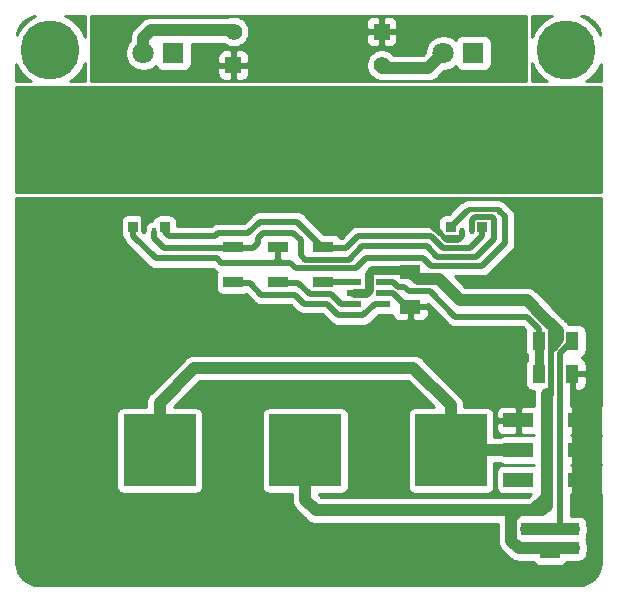
<source format=gtl>
G04 #@! TF.GenerationSoftware,KiCad,Pcbnew,(5.1.4)-1*
G04 #@! TF.CreationDate,2020-02-07T15:18:06-05:00*
G04 #@! TF.ProjectId,ledFlasherCircuit,6c656446-6c61-4736-9865-724369726375,rev?*
G04 #@! TF.SameCoordinates,Original*
G04 #@! TF.FileFunction,Copper,L1,Top*
G04 #@! TF.FilePolarity,Positive*
%FSLAX46Y46*%
G04 Gerber Fmt 4.6, Leading zero omitted, Abs format (unit mm)*
G04 Created by KiCad (PCBNEW (5.1.4)-1) date 2020-02-07 15:18:06*
%MOMM*%
%LPD*%
G04 APERTURE LIST*
%ADD10R,0.450000X0.500000*%
%ADD11R,0.850000X0.900000*%
%ADD12R,1.261200X0.550800*%
%ADD13R,1.392000X1.392000*%
%ADD14C,1.392000*%
%ADD15R,1.800000X1.800000*%
%ADD16C,1.800000*%
%ADD17R,1.117600X1.600200*%
%ADD18R,0.900000X1.000000*%
%ADD19R,1.700000X0.550000*%
%ADD20R,6.070000X6.070000*%
%ADD21R,1.820000X1.160000*%
%ADD22R,2.500000X1.200000*%
%ADD23R,1.730000X0.970000*%
%ADD24C,5.000000*%
%ADD25C,0.800000*%
%ADD26C,0.500000*%
%ADD27C,0.250000*%
%ADD28C,1.000000*%
%ADD29C,0.750000*%
%ADD30C,0.350000*%
%ADD31C,0.400000*%
%ADD32C,0.254000*%
G04 APERTURE END LIST*
D10*
X141235000Y-59542000D03*
D11*
X140335000Y-59182000D03*
X142995000Y-59202000D03*
D10*
X142095000Y-59542000D03*
D12*
X132170002Y-63819999D03*
X132170002Y-64770000D03*
X132170002Y-65720001D03*
X134620000Y-65720001D03*
X134620000Y-64770000D03*
X134620000Y-63819999D03*
D13*
X134472700Y-42633900D03*
D14*
X121932700Y-42633900D03*
D10*
X115210000Y-59547400D03*
D11*
X116110000Y-59207400D03*
X113450000Y-59187400D03*
D10*
X114350000Y-59547400D03*
D14*
X134472680Y-45476160D03*
D13*
X121899680Y-45476160D03*
D15*
X142240000Y-44450000D03*
D16*
X139700000Y-44450000D03*
D17*
X150622000Y-71628000D03*
X147828000Y-71628000D03*
X147828000Y-68834000D03*
X150622000Y-68834000D03*
D18*
X146685000Y-86370000D03*
X146685000Y-84770000D03*
X150785000Y-84770000D03*
X150785000Y-86370000D03*
D19*
X148735000Y-86995000D03*
D15*
X116840000Y-44450000D03*
D16*
X114300000Y-44450000D03*
D20*
X140335000Y-78105000D03*
X115675000Y-78105000D03*
X128005000Y-78105000D03*
D21*
X136906000Y-65942000D03*
X136906000Y-62992000D03*
D22*
X151550000Y-80565000D03*
X151550000Y-78065000D03*
X151550000Y-75565000D03*
X146050000Y-80565000D03*
X146050000Y-78065000D03*
X146050000Y-75565000D03*
D23*
X129540000Y-63817500D03*
X129540000Y-60857500D03*
X121920000Y-60857500D03*
X121920000Y-63817500D03*
X125730000Y-63817500D03*
X125730000Y-60857500D03*
D24*
X106426000Y-44196000D03*
X150114000Y-44196000D03*
D25*
X150799800Y-86360000D03*
X105727500Y-86360000D03*
D26*
X130492500Y-77787500D02*
X130175000Y-77470000D01*
D27*
X148735000Y-86995000D02*
X148735000Y-86470000D01*
X148735000Y-86470000D02*
X148635000Y-86370000D01*
X148635000Y-86370000D02*
X148600000Y-86370000D01*
D28*
X147320000Y-83185000D02*
X146059998Y-83185000D01*
X146059998Y-83185000D02*
X145425000Y-83819998D01*
X148319011Y-82185989D02*
X147320000Y-83185000D01*
X148082000Y-83185000D02*
X148479989Y-82787011D01*
D26*
X149225000Y-68416560D02*
X148836801Y-68804759D01*
D28*
X147320000Y-83185000D02*
X148082000Y-83185000D01*
X136906000Y-62992000D02*
X136652000Y-62992000D01*
D26*
X148836801Y-69349199D02*
X149352000Y-68834000D01*
X148836801Y-68804759D02*
X148836801Y-69349199D01*
D28*
X148479989Y-82787011D02*
X148479989Y-73803989D01*
D29*
X148961801Y-69327459D02*
X148961801Y-69349199D01*
X149352000Y-68834000D02*
X149352000Y-68937260D01*
X149352000Y-68937260D02*
X148961801Y-69327459D01*
D26*
X148836801Y-73447177D02*
X148479989Y-73803989D01*
X148836801Y-69349199D02*
X148836801Y-73447177D01*
D28*
X148479989Y-73803989D02*
X148479989Y-73295989D01*
D29*
X136779000Y-62865000D02*
X136906000Y-62992000D01*
X133633997Y-62865000D02*
X136779000Y-62865000D01*
X133375603Y-63123394D02*
X133633997Y-62865000D01*
X133375603Y-64555400D02*
X133375603Y-63123394D01*
X132170002Y-64770000D02*
X133161003Y-64770000D01*
X133161003Y-64770000D02*
X133375603Y-64555400D01*
D28*
X149225000Y-67871483D02*
X149225000Y-68416560D01*
X149225000Y-68810260D02*
X149263611Y-68848871D01*
X149225000Y-67871483D02*
X149225000Y-68810260D01*
X149086801Y-68554759D02*
X149086801Y-68968199D01*
X149225000Y-68416560D02*
X149086801Y-68554759D01*
X149086801Y-67733285D02*
X148944258Y-67590742D01*
X149086801Y-68554759D02*
X149086801Y-67733285D01*
X148944258Y-67590742D02*
X149225000Y-67871483D01*
X149086801Y-67806801D02*
X149363199Y-68083199D01*
X149086801Y-67733285D02*
X149086801Y-67806801D01*
X149363199Y-68672061D02*
X149225000Y-68810260D01*
X149363199Y-68083199D02*
X149363199Y-68672061D01*
X149086801Y-68968199D02*
X149086801Y-69025682D01*
X149363199Y-68691801D02*
X149086801Y-68968199D01*
X149363199Y-68083199D02*
X149363199Y-68691801D01*
X137029000Y-63115000D02*
X136906000Y-62992000D01*
X141351000Y-65405000D02*
X142113000Y-65405000D01*
X142113000Y-65405000D02*
X146758517Y-65405000D01*
X137541000Y-63627000D02*
X136906000Y-62992000D01*
X139319000Y-63627000D02*
X137541000Y-63627000D01*
X141097000Y-65405000D02*
X139319000Y-63627000D01*
X142113000Y-65405000D02*
X141097000Y-65405000D01*
X149363199Y-68009681D02*
X149363199Y-68083199D01*
X148245759Y-66892241D02*
X149363199Y-68009681D01*
X148245759Y-66892241D02*
X148944258Y-67590742D01*
X146758517Y-65405000D02*
X148245759Y-66892241D01*
X150795000Y-86360000D02*
X150785000Y-86370000D01*
X148600000Y-86370000D02*
X150785000Y-86370000D01*
X147330000Y-86370000D02*
X148600000Y-86370000D01*
X128005000Y-82285000D02*
X128005000Y-78105000D01*
X128905000Y-83185000D02*
X128005000Y-82285000D01*
X146059998Y-83185000D02*
X128905000Y-83185000D01*
X145425000Y-85735000D02*
X146060000Y-86370000D01*
X146060000Y-86370000D02*
X147330000Y-86370000D01*
X145425000Y-83819998D02*
X145425000Y-85735000D01*
X138430000Y-45720000D02*
X139700000Y-44450000D01*
X134493000Y-45720000D02*
X138430000Y-45720000D01*
X121920000Y-42545000D02*
X115684998Y-42545000D01*
X114300000Y-44450000D02*
X114300000Y-43180000D01*
X114300000Y-43180000D02*
X114935000Y-42545000D01*
X114935000Y-42545000D02*
X115684998Y-42545000D01*
D26*
X114575000Y-57785000D02*
X114825000Y-57785000D01*
X114289999Y-57499999D02*
X112680001Y-57499999D01*
X114575000Y-57785000D02*
X114289999Y-57499999D01*
X112680001Y-57499999D02*
X117189999Y-57499999D01*
X117189999Y-57499999D02*
X117475000Y-57785000D01*
D28*
X152400000Y-70485000D02*
X152400000Y-71120000D01*
X152400000Y-71120000D02*
X152400000Y-71755000D01*
D26*
X134620000Y-64770000D02*
X135404000Y-64770000D01*
D28*
X151130000Y-75565000D02*
X151130000Y-80565000D01*
X151130000Y-80565000D02*
X151130000Y-81915000D01*
X151130000Y-81915000D02*
X151130000Y-74295000D01*
X151550000Y-80565000D02*
X151550000Y-75565000D01*
X151550000Y-75565000D02*
X151550000Y-74256000D01*
X151550000Y-74256000D02*
X152146000Y-74852000D01*
X152146000Y-74852000D02*
X152146000Y-81788000D01*
X151550000Y-81192000D02*
X151550000Y-75272000D01*
X152146000Y-81788000D02*
X151550000Y-81192000D01*
X151550000Y-75272000D02*
X152146000Y-74676000D01*
X152146000Y-74676000D02*
X152654000Y-74676000D01*
X152654000Y-74676000D02*
X152654000Y-73660000D01*
X152654000Y-73660000D02*
X152654000Y-82804000D01*
D26*
X136576000Y-65942000D02*
X136906000Y-65942000D01*
X135404000Y-64770000D02*
X136576000Y-65942000D01*
X114350000Y-58010000D02*
X114575000Y-57785000D01*
D27*
X139649999Y-59957001D02*
X139128998Y-59436000D01*
X141020001Y-59957001D02*
X139649999Y-59957001D01*
X141235000Y-59542000D02*
X141235000Y-59742002D01*
X141235000Y-59742002D02*
X141020001Y-59957001D01*
D26*
X140942012Y-60259990D02*
X139989952Y-60259990D01*
X141235000Y-59542000D02*
X141235000Y-59967002D01*
X141235000Y-59967002D02*
X140942012Y-60259990D01*
X139989952Y-60259990D02*
X139811963Y-60082001D01*
D30*
X139774999Y-60082001D02*
X139128998Y-59436000D01*
X139811963Y-60082001D02*
X139774999Y-60082001D01*
D26*
X139459999Y-59767001D02*
X139459999Y-59781223D01*
X139128998Y-59436000D02*
X139459999Y-59767001D01*
X139114776Y-59436000D02*
X138430000Y-58751224D01*
X139128998Y-59436000D02*
X139114776Y-59436000D01*
D31*
X139459999Y-59767001D02*
X139774999Y-60082001D01*
D26*
X114350000Y-59005000D02*
X114935000Y-58420000D01*
X114350000Y-59005000D02*
X114350000Y-58010000D01*
X114350000Y-59105000D02*
X114350000Y-59005000D01*
X114350000Y-59547400D02*
X114350000Y-59105000D01*
D28*
X146685000Y-84770000D02*
X148905000Y-84770000D01*
X148905000Y-84770000D02*
X149540000Y-84770000D01*
X149540000Y-84770000D02*
X150785000Y-84770000D01*
D26*
X149429999Y-84659999D02*
X149540000Y-84770000D01*
X149613199Y-84476799D02*
X149429999Y-84659999D01*
X149852801Y-69603199D02*
X150622000Y-68834000D01*
X149852801Y-69617597D02*
X149613199Y-69857199D01*
X149852801Y-69603199D02*
X149852801Y-69617597D01*
X149613199Y-69857199D02*
X149613199Y-84476799D01*
X129542499Y-63819999D02*
X129540000Y-63817500D01*
X132170002Y-63819999D02*
X129542499Y-63819999D01*
D27*
X128905000Y-60960000D02*
X130180002Y-60960000D01*
D26*
X142995000Y-59202000D02*
X142995000Y-59937000D01*
X142494000Y-60452000D02*
X142494000Y-60438000D01*
X142494000Y-60438000D02*
X142741000Y-60191000D01*
X142741000Y-60191000D02*
X142995000Y-59937000D01*
X120396000Y-59944000D02*
X116459000Y-59944000D01*
X120650000Y-59690000D02*
X120396000Y-59944000D01*
X123190000Y-59690000D02*
X120650000Y-59690000D01*
X124142500Y-58737500D02*
X123190000Y-59690000D01*
X127317500Y-58737500D02*
X124142500Y-58737500D01*
X129540000Y-60960000D02*
X127317500Y-58737500D01*
X142995000Y-59937000D02*
X141972000Y-60960000D01*
X141972000Y-60960000D02*
X139648814Y-60960000D01*
X116459000Y-59944000D02*
X116110000Y-59595000D01*
X139648814Y-60960000D02*
X138632813Y-59944000D01*
X138632813Y-59944000D02*
X132461000Y-59944000D01*
X132461000Y-59944000D02*
X131445000Y-60960000D01*
X116110000Y-59595000D02*
X116110000Y-59207400D01*
X131445000Y-60960000D02*
X129540000Y-60960000D01*
X133886004Y-65720001D02*
X132931004Y-66675000D01*
X132931004Y-66675000D02*
X130810000Y-66675000D01*
X134620000Y-65720001D02*
X133886004Y-65720001D01*
X129818402Y-65683402D02*
X130810000Y-66675000D01*
X123285000Y-63920000D02*
X121920000Y-63920000D01*
X127162500Y-64932500D02*
X127913402Y-65683402D01*
X124297500Y-64932500D02*
X127162500Y-64932500D01*
X127913402Y-65683402D02*
X129818402Y-65683402D01*
X124297500Y-64932500D02*
X123285000Y-63920000D01*
X117475000Y-60960000D02*
X118110000Y-60960000D01*
X117094000Y-60960000D02*
X117475000Y-60960000D01*
X116660000Y-60960000D02*
X117094000Y-60960000D01*
X116078000Y-60960000D02*
X117094000Y-60960000D01*
X115210000Y-60092000D02*
X116078000Y-60960000D01*
X115210000Y-59590000D02*
X115210000Y-60092000D01*
X144018000Y-59182000D02*
X144018000Y-58781064D01*
X144018000Y-58539998D02*
X144018000Y-59182000D01*
X143780001Y-58301999D02*
X144018000Y-58539998D01*
X142095000Y-58565000D02*
X142358001Y-58301999D01*
X142095000Y-58565000D02*
X142095000Y-59542000D01*
X142358001Y-58301999D02*
X143780001Y-58301999D01*
X123569998Y-60960000D02*
X117475000Y-60960000D01*
X124014999Y-60135001D02*
X124014999Y-60514999D01*
X124460000Y-59690000D02*
X124014999Y-60135001D01*
X127000000Y-59690000D02*
X124460000Y-59690000D01*
X127635000Y-60325000D02*
X127000000Y-59690000D01*
X128014490Y-61974490D02*
X127635000Y-61595000D01*
X131700510Y-61974490D02*
X128014490Y-61974490D01*
X144018000Y-59182000D02*
X144018000Y-60198000D01*
X127635000Y-61595000D02*
X127635000Y-60325000D01*
X144018000Y-60198000D02*
X142494000Y-61722000D01*
X142494000Y-61722000D02*
X139192000Y-61722000D01*
X124014999Y-60514999D02*
X123569998Y-60960000D01*
X139192000Y-61722000D02*
X138303000Y-60833000D01*
X138303000Y-60833000D02*
X132842000Y-60833000D01*
X132842000Y-60833000D02*
X131700510Y-61974490D01*
X125730000Y-60960000D02*
X125730000Y-61595000D01*
X119508000Y-61850000D02*
X120524000Y-61850000D01*
X119508000Y-61850000D02*
X120016000Y-61850000D01*
X125730000Y-61595000D02*
X125730000Y-61976000D01*
X125730000Y-61976000D02*
X125730000Y-62230000D01*
X125476000Y-62230000D02*
X125730000Y-61976000D01*
X120524000Y-61850000D02*
X120904000Y-62230000D01*
X115950000Y-61850000D02*
X116460000Y-61850000D01*
X116460000Y-61850000D02*
X119508000Y-61850000D01*
X120904000Y-62230000D02*
X125222000Y-62230000D01*
X125222000Y-62230000D02*
X125476000Y-62230000D01*
X125222000Y-62230000D02*
X125730000Y-62230000D01*
X115324998Y-61850000D02*
X113450000Y-59975002D01*
X116460000Y-61850000D02*
X115324998Y-61850000D01*
X144907000Y-58801000D02*
X144907000Y-58680101D01*
X141338500Y-58153500D02*
X141656000Y-57836000D01*
X140675010Y-58841990D02*
X140335000Y-59182000D01*
X140335000Y-59157000D02*
X140335000Y-59182000D01*
X141656000Y-57836000D02*
X140335000Y-59157000D01*
D31*
X141840011Y-57651989D02*
X141656000Y-57836000D01*
D26*
X144907000Y-58801000D02*
X144907000Y-58293000D01*
D31*
X144265989Y-57651989D02*
X141840011Y-57651989D01*
D26*
X144907000Y-58293000D02*
X144526000Y-57912000D01*
X144526000Y-57912000D02*
X144399000Y-57785000D01*
D31*
X144399000Y-57785000D02*
X144265989Y-57651989D01*
D26*
X125984000Y-62230000D02*
X125730000Y-61976000D01*
X126365000Y-62230000D02*
X125984000Y-62230000D01*
X125222000Y-62230000D02*
X126365000Y-62230000D01*
X113450000Y-59187400D02*
X113450000Y-59975002D01*
X144907000Y-60579000D02*
X144907000Y-58801000D01*
X143002000Y-62484000D02*
X144907000Y-60579000D01*
X138684000Y-62484000D02*
X143002000Y-62484000D01*
X126365000Y-62230000D02*
X126746000Y-62230000D01*
X126746000Y-62230000D02*
X127190500Y-62674500D01*
X127190500Y-62674500D02*
X132270500Y-62674500D01*
X132270500Y-62674500D02*
X133159500Y-61785500D01*
X133159500Y-61785500D02*
X137985500Y-61785500D01*
X137985500Y-61785500D02*
X138684000Y-62484000D01*
X126365000Y-63920000D02*
X126745000Y-63920000D01*
X131039402Y-65720001D02*
X132170002Y-65720001D01*
X130216401Y-64897000D02*
X131039402Y-65720001D01*
X128397000Y-64897000D02*
X130216401Y-64897000D01*
X127420000Y-63920000D02*
X128397000Y-64897000D01*
X125730000Y-63920000D02*
X127420000Y-63920000D01*
D29*
X147828000Y-68834000D02*
X147828000Y-71628000D01*
D26*
X147828000Y-67818000D02*
X147828000Y-68834000D01*
X146812000Y-66802000D02*
X147828000Y-67818000D01*
X140716000Y-66802000D02*
X146812000Y-66802000D01*
X138557000Y-64643000D02*
X140716000Y-66802000D01*
X134620000Y-63819999D02*
X135443962Y-63819999D01*
X135443962Y-63819999D02*
X135887982Y-64264018D01*
X136395982Y-64264018D02*
X136398000Y-64262000D01*
X136398000Y-64262000D02*
X136779000Y-64643000D01*
X135887982Y-64264018D02*
X136395982Y-64264018D01*
X136779000Y-64643000D02*
X138557000Y-64643000D01*
D28*
X115675000Y-78105000D02*
X115675000Y-74070000D01*
X115675000Y-74070000D02*
X118625000Y-71120000D01*
X140335000Y-74295000D02*
X137160000Y-71120000D01*
X118625000Y-71120000D02*
X137160000Y-71120000D01*
X140335000Y-74295000D02*
X140335000Y-78105000D01*
X140375000Y-78065000D02*
X140335000Y-78105000D01*
X145415000Y-78065000D02*
X140375000Y-78065000D01*
D32*
G36*
X153010001Y-74365130D02*
G01*
X152924482Y-74339188D01*
X152800000Y-74326928D01*
X151835750Y-74330000D01*
X151677000Y-74488750D01*
X151677000Y-75438000D01*
X151697000Y-75438000D01*
X151697000Y-75692000D01*
X151677000Y-75692000D01*
X151677000Y-76641250D01*
X151835750Y-76800000D01*
X152800000Y-76803072D01*
X152924482Y-76790812D01*
X153010001Y-76764870D01*
X153010001Y-76865130D01*
X152924482Y-76839188D01*
X152800000Y-76826928D01*
X151835750Y-76830000D01*
X151677000Y-76988750D01*
X151677000Y-77938000D01*
X151697000Y-77938000D01*
X151697000Y-78192000D01*
X151677000Y-78192000D01*
X151677000Y-79141250D01*
X151835750Y-79300000D01*
X152800000Y-79303072D01*
X152924482Y-79290812D01*
X153010001Y-79264870D01*
X153010001Y-79365130D01*
X152924482Y-79339188D01*
X152800000Y-79326928D01*
X151835750Y-79330000D01*
X151677000Y-79488750D01*
X151677000Y-80438000D01*
X151697000Y-80438000D01*
X151697000Y-80692000D01*
X151677000Y-80692000D01*
X151677000Y-81641250D01*
X151835750Y-81800000D01*
X152800000Y-81803072D01*
X152924482Y-81790812D01*
X153010001Y-81764870D01*
X153010001Y-87597711D01*
X152971091Y-87994545D01*
X152865220Y-88345206D01*
X152693257Y-88668623D01*
X152461748Y-88952482D01*
X152179514Y-89185965D01*
X151857304Y-89360184D01*
X151507385Y-89468502D01*
X151112557Y-89510000D01*
X105442279Y-89510000D01*
X105045455Y-89471091D01*
X104694794Y-89365220D01*
X104371377Y-89193257D01*
X104087518Y-88961748D01*
X103854035Y-88679514D01*
X103679816Y-88357304D01*
X103571498Y-88007385D01*
X103530000Y-87612557D01*
X103530000Y-75070000D01*
X112001928Y-75070000D01*
X112001928Y-81140000D01*
X112014188Y-81264482D01*
X112050498Y-81384180D01*
X112109463Y-81494494D01*
X112188815Y-81591185D01*
X112285506Y-81670537D01*
X112395820Y-81729502D01*
X112515518Y-81765812D01*
X112640000Y-81778072D01*
X118710000Y-81778072D01*
X118834482Y-81765812D01*
X118954180Y-81729502D01*
X119064494Y-81670537D01*
X119161185Y-81591185D01*
X119240537Y-81494494D01*
X119299502Y-81384180D01*
X119335812Y-81264482D01*
X119348072Y-81140000D01*
X119348072Y-75070000D01*
X119335812Y-74945518D01*
X119299502Y-74825820D01*
X119240537Y-74715506D01*
X119161185Y-74618815D01*
X119064494Y-74539463D01*
X118954180Y-74480498D01*
X118834482Y-74444188D01*
X118710000Y-74431928D01*
X116918203Y-74431928D01*
X119095132Y-72255000D01*
X136689869Y-72255000D01*
X138866796Y-74431928D01*
X137300000Y-74431928D01*
X137175518Y-74444188D01*
X137055820Y-74480498D01*
X136945506Y-74539463D01*
X136848815Y-74618815D01*
X136769463Y-74715506D01*
X136710498Y-74825820D01*
X136674188Y-74945518D01*
X136661928Y-75070000D01*
X136661928Y-81140000D01*
X136674188Y-81264482D01*
X136710498Y-81384180D01*
X136769463Y-81494494D01*
X136848815Y-81591185D01*
X136945506Y-81670537D01*
X137055820Y-81729502D01*
X137175518Y-81765812D01*
X137300000Y-81778072D01*
X143370000Y-81778072D01*
X143494482Y-81765812D01*
X143614180Y-81729502D01*
X143724494Y-81670537D01*
X143821185Y-81591185D01*
X143900537Y-81494494D01*
X143959502Y-81384180D01*
X143995812Y-81264482D01*
X144008072Y-81140000D01*
X144008072Y-79200000D01*
X144453856Y-79200000D01*
X144555820Y-79254502D01*
X144675518Y-79290812D01*
X144800000Y-79303072D01*
X147300000Y-79303072D01*
X147344989Y-79298641D01*
X147344989Y-79331359D01*
X147300000Y-79326928D01*
X144800000Y-79326928D01*
X144675518Y-79339188D01*
X144555820Y-79375498D01*
X144445506Y-79434463D01*
X144348815Y-79513815D01*
X144269463Y-79610506D01*
X144210498Y-79720820D01*
X144174188Y-79840518D01*
X144161928Y-79965000D01*
X144161928Y-81165000D01*
X144174188Y-81289482D01*
X144210498Y-81409180D01*
X144269463Y-81519494D01*
X144348815Y-81616185D01*
X144445506Y-81695537D01*
X144555820Y-81754502D01*
X144675518Y-81790812D01*
X144800000Y-81803072D01*
X147096796Y-81803072D01*
X146849869Y-82050000D01*
X146115750Y-82050000D01*
X146059998Y-82044509D01*
X146004246Y-82050000D01*
X129375132Y-82050000D01*
X129140000Y-81814869D01*
X129140000Y-81778072D01*
X131040000Y-81778072D01*
X131164482Y-81765812D01*
X131284180Y-81729502D01*
X131394494Y-81670537D01*
X131491185Y-81591185D01*
X131570537Y-81494494D01*
X131629502Y-81384180D01*
X131665812Y-81264482D01*
X131678072Y-81140000D01*
X131678072Y-75070000D01*
X131665812Y-74945518D01*
X131629502Y-74825820D01*
X131570537Y-74715506D01*
X131491185Y-74618815D01*
X131394494Y-74539463D01*
X131284180Y-74480498D01*
X131164482Y-74444188D01*
X131040000Y-74431928D01*
X124970000Y-74431928D01*
X124845518Y-74444188D01*
X124725820Y-74480498D01*
X124615506Y-74539463D01*
X124518815Y-74618815D01*
X124439463Y-74715506D01*
X124380498Y-74825820D01*
X124344188Y-74945518D01*
X124331928Y-75070000D01*
X124331928Y-81140000D01*
X124344188Y-81264482D01*
X124380498Y-81384180D01*
X124439463Y-81494494D01*
X124518815Y-81591185D01*
X124615506Y-81670537D01*
X124725820Y-81729502D01*
X124845518Y-81765812D01*
X124970000Y-81778072D01*
X126870000Y-81778072D01*
X126870000Y-82229248D01*
X126864509Y-82285000D01*
X126870000Y-82340751D01*
X126886423Y-82507498D01*
X126951324Y-82721446D01*
X127056716Y-82918623D01*
X127198551Y-83091449D01*
X127241864Y-83126995D01*
X128063008Y-83948140D01*
X128098551Y-83991449D01*
X128271377Y-84133284D01*
X128468553Y-84238676D01*
X128632705Y-84288471D01*
X128682500Y-84303577D01*
X128703493Y-84305644D01*
X128849248Y-84320000D01*
X128849255Y-84320000D01*
X128904999Y-84325490D01*
X128960743Y-84320000D01*
X144290000Y-84320000D01*
X144290001Y-85679239D01*
X144284509Y-85735000D01*
X144306423Y-85957498D01*
X144371324Y-86171446D01*
X144397819Y-86221014D01*
X144476717Y-86368623D01*
X144618552Y-86541449D01*
X144661860Y-86576991D01*
X145218008Y-87133140D01*
X145253551Y-87176449D01*
X145418771Y-87312042D01*
X145426377Y-87318284D01*
X145623553Y-87423676D01*
X145837501Y-87488577D01*
X146060000Y-87510491D01*
X146115752Y-87505000D01*
X146203808Y-87505000D01*
X146235000Y-87508072D01*
X147135000Y-87508072D01*
X147166192Y-87505000D01*
X147292713Y-87505000D01*
X147295498Y-87514180D01*
X147354463Y-87624494D01*
X147433815Y-87721185D01*
X147530506Y-87800537D01*
X147640820Y-87859502D01*
X147760518Y-87895812D01*
X147885000Y-87908072D01*
X149585000Y-87908072D01*
X149709482Y-87895812D01*
X149829180Y-87859502D01*
X149939494Y-87800537D01*
X150036185Y-87721185D01*
X150115537Y-87624494D01*
X150174502Y-87514180D01*
X150177287Y-87505000D01*
X150303808Y-87505000D01*
X150335000Y-87508072D01*
X150760439Y-87508072D01*
X150785000Y-87510491D01*
X150809561Y-87508072D01*
X151235000Y-87508072D01*
X151359482Y-87495812D01*
X151479180Y-87459502D01*
X151589494Y-87400537D01*
X151686185Y-87321185D01*
X151765537Y-87224494D01*
X151824502Y-87114180D01*
X151860812Y-86994482D01*
X151873072Y-86870000D01*
X151873072Y-86716022D01*
X151913577Y-86582499D01*
X151935491Y-86360001D01*
X151913577Y-86137502D01*
X151873072Y-86003978D01*
X151873072Y-85870000D01*
X151860812Y-85745518D01*
X151824502Y-85625820D01*
X151794665Y-85570000D01*
X151824502Y-85514180D01*
X151860812Y-85394482D01*
X151873072Y-85270000D01*
X151873072Y-85093060D01*
X151903577Y-84992499D01*
X151925491Y-84770000D01*
X151903577Y-84547501D01*
X151873072Y-84446940D01*
X151873072Y-84270000D01*
X151860812Y-84145518D01*
X151824502Y-84025820D01*
X151765537Y-83915506D01*
X151686185Y-83818815D01*
X151589494Y-83739463D01*
X151479180Y-83680498D01*
X151359482Y-83644188D01*
X151235000Y-83631928D01*
X150498199Y-83631928D01*
X150498199Y-81802441D01*
X151264250Y-81800000D01*
X151423000Y-81641250D01*
X151423000Y-80692000D01*
X151403000Y-80692000D01*
X151403000Y-80438000D01*
X151423000Y-80438000D01*
X151423000Y-79488750D01*
X151264250Y-79330000D01*
X150498199Y-79327559D01*
X150498199Y-79302441D01*
X151264250Y-79300000D01*
X151423000Y-79141250D01*
X151423000Y-78192000D01*
X151403000Y-78192000D01*
X151403000Y-77938000D01*
X151423000Y-77938000D01*
X151423000Y-76988750D01*
X151264250Y-76830000D01*
X150498199Y-76827559D01*
X150498199Y-76802441D01*
X151264250Y-76800000D01*
X151423000Y-76641250D01*
X151423000Y-75692000D01*
X151403000Y-75692000D01*
X151403000Y-75438000D01*
X151423000Y-75438000D01*
X151423000Y-74488750D01*
X151264250Y-74330000D01*
X150498199Y-74327559D01*
X150498199Y-71755000D01*
X150749000Y-71755000D01*
X150749000Y-72904350D01*
X150907750Y-73063100D01*
X151180800Y-73066172D01*
X151305282Y-73053912D01*
X151424980Y-73017602D01*
X151535294Y-72958637D01*
X151631985Y-72879285D01*
X151711337Y-72782594D01*
X151770302Y-72672280D01*
X151806612Y-72552582D01*
X151818872Y-72428100D01*
X151815800Y-71913750D01*
X151657050Y-71755000D01*
X150749000Y-71755000D01*
X150498199Y-71755000D01*
X150498199Y-71481000D01*
X150749000Y-71481000D01*
X150749000Y-71501000D01*
X151657050Y-71501000D01*
X151815800Y-71342250D01*
X151818872Y-70827900D01*
X151806612Y-70703418D01*
X151770302Y-70583720D01*
X151711337Y-70473406D01*
X151631985Y-70376715D01*
X151535294Y-70297363D01*
X151424980Y-70238398D01*
X151400592Y-70231000D01*
X151424980Y-70223602D01*
X151535294Y-70164637D01*
X151631985Y-70085285D01*
X151711337Y-69988594D01*
X151770302Y-69878280D01*
X151806612Y-69758582D01*
X151818872Y-69634100D01*
X151818872Y-68033900D01*
X151806612Y-67909418D01*
X151770302Y-67789720D01*
X151711337Y-67679406D01*
X151631985Y-67582715D01*
X151535294Y-67503363D01*
X151424980Y-67444398D01*
X151305282Y-67408088D01*
X151180800Y-67395828D01*
X150322050Y-67395828D01*
X150311483Y-67376058D01*
X150274941Y-67331532D01*
X150169648Y-67203232D01*
X150126339Y-67167689D01*
X150066987Y-67108337D01*
X150031449Y-67065034D01*
X149988145Y-67029495D01*
X149928784Y-66970134D01*
X149893250Y-66926836D01*
X149849951Y-66891302D01*
X149087751Y-66129102D01*
X149087747Y-66129097D01*
X147600508Y-64641859D01*
X147564966Y-64598551D01*
X147392140Y-64456716D01*
X147194964Y-64351324D01*
X146981016Y-64286423D01*
X146814269Y-64270000D01*
X146814268Y-64270000D01*
X146758517Y-64264509D01*
X146702765Y-64270000D01*
X141567133Y-64270000D01*
X140666132Y-63369000D01*
X142958531Y-63369000D01*
X143002000Y-63373281D01*
X143045469Y-63369000D01*
X143045477Y-63369000D01*
X143175490Y-63356195D01*
X143342313Y-63305589D01*
X143496059Y-63223411D01*
X143630817Y-63112817D01*
X143658534Y-63079044D01*
X145502050Y-61235529D01*
X145535817Y-61207817D01*
X145564134Y-61173314D01*
X145646411Y-61073059D01*
X145670275Y-61028412D01*
X145728589Y-60919313D01*
X145779195Y-60752490D01*
X145792000Y-60622477D01*
X145792000Y-60622469D01*
X145796281Y-60579000D01*
X145792000Y-60535531D01*
X145792000Y-58336465D01*
X145796281Y-58292999D01*
X145792000Y-58249533D01*
X145792000Y-58249523D01*
X145779195Y-58119510D01*
X145728589Y-57952687D01*
X145646411Y-57798941D01*
X145535817Y-57664183D01*
X145502044Y-57636466D01*
X144994046Y-57128468D01*
X144893059Y-57045590D01*
X144750384Y-56969329D01*
X144732135Y-56954353D01*
X144587076Y-56876817D01*
X144429678Y-56829071D01*
X144307008Y-56816989D01*
X144307007Y-56816989D01*
X144265989Y-56812949D01*
X144224971Y-56816989D01*
X141881029Y-56816989D01*
X141840011Y-56812949D01*
X141798992Y-56816989D01*
X141676322Y-56829071D01*
X141518924Y-56876817D01*
X141373865Y-56954353D01*
X141272660Y-57037410D01*
X141161940Y-57096590D01*
X141060953Y-57179468D01*
X140146494Y-58093928D01*
X139910000Y-58093928D01*
X139785518Y-58106188D01*
X139665820Y-58142498D01*
X139555506Y-58201463D01*
X139458815Y-58280815D01*
X139379463Y-58377506D01*
X139320498Y-58487820D01*
X139284188Y-58607518D01*
X139271928Y-58732000D01*
X139271928Y-59327731D01*
X139261630Y-59315183D01*
X139126872Y-59204589D01*
X138973126Y-59122411D01*
X138806303Y-59071805D01*
X138676290Y-59059000D01*
X138676282Y-59059000D01*
X138632813Y-59054719D01*
X138589347Y-59059000D01*
X132504469Y-59059000D01*
X132461000Y-59054719D01*
X132417531Y-59059000D01*
X132417523Y-59059000D01*
X132302306Y-59070348D01*
X132287509Y-59071805D01*
X132267701Y-59077814D01*
X132120687Y-59122411D01*
X131966941Y-59204589D01*
X131966939Y-59204590D01*
X131966940Y-59204590D01*
X131865953Y-59287468D01*
X131865951Y-59287470D01*
X131832183Y-59315183D01*
X131804470Y-59348951D01*
X131078422Y-60075000D01*
X130966001Y-60075000D01*
X130935537Y-60018006D01*
X130856185Y-59921315D01*
X130759494Y-59841963D01*
X130649180Y-59782998D01*
X130529482Y-59746688D01*
X130405000Y-59734428D01*
X129566007Y-59734428D01*
X127974034Y-58142456D01*
X127946317Y-58108683D01*
X127811559Y-57998089D01*
X127657813Y-57915911D01*
X127490990Y-57865305D01*
X127360977Y-57852500D01*
X127360969Y-57852500D01*
X127317500Y-57848219D01*
X127274031Y-57852500D01*
X124185965Y-57852500D01*
X124142499Y-57848219D01*
X124099033Y-57852500D01*
X124099023Y-57852500D01*
X123969010Y-57865305D01*
X123802187Y-57915911D01*
X123648441Y-57998089D01*
X123648439Y-57998090D01*
X123648440Y-57998090D01*
X123547453Y-58080968D01*
X123547451Y-58080970D01*
X123513683Y-58108683D01*
X123485970Y-58142451D01*
X122823422Y-58805000D01*
X120693465Y-58805000D01*
X120649999Y-58800719D01*
X120606533Y-58805000D01*
X120606523Y-58805000D01*
X120476510Y-58817805D01*
X120309687Y-58868411D01*
X120155941Y-58950589D01*
X120023843Y-59059000D01*
X117173072Y-59059000D01*
X117173072Y-58757400D01*
X117160812Y-58632918D01*
X117124502Y-58513220D01*
X117065537Y-58402906D01*
X116986185Y-58306215D01*
X116889494Y-58226863D01*
X116779180Y-58167898D01*
X116659482Y-58131588D01*
X116535000Y-58119328D01*
X115685000Y-58119328D01*
X115560518Y-58131588D01*
X115440820Y-58167898D01*
X115330506Y-58226863D01*
X115233815Y-58306215D01*
X115154463Y-58402906D01*
X115095498Y-58513220D01*
X115059188Y-58632918D01*
X115056587Y-58659328D01*
X114985000Y-58659328D01*
X114860518Y-58671588D01*
X114779411Y-58696192D01*
X114716932Y-58675314D01*
X114606750Y-58662400D01*
X114513072Y-58756078D01*
X114513072Y-58737400D01*
X114500812Y-58612918D01*
X114464502Y-58493220D01*
X114405537Y-58382906D01*
X114326185Y-58286215D01*
X114229494Y-58206863D01*
X114119180Y-58147898D01*
X113999482Y-58111588D01*
X113875000Y-58099328D01*
X113025000Y-58099328D01*
X112900518Y-58111588D01*
X112780820Y-58147898D01*
X112670506Y-58206863D01*
X112573815Y-58286215D01*
X112494463Y-58382906D01*
X112435498Y-58493220D01*
X112399188Y-58612918D01*
X112386928Y-58737400D01*
X112386928Y-59637400D01*
X112399188Y-59761882D01*
X112435498Y-59881580D01*
X112494463Y-59991894D01*
X112571645Y-60085940D01*
X112577805Y-60148492D01*
X112628412Y-60315315D01*
X112710590Y-60469061D01*
X112793468Y-60570048D01*
X112793471Y-60570051D01*
X112821184Y-60603819D01*
X112854951Y-60631531D01*
X114668468Y-62445049D01*
X114696181Y-62478817D01*
X114729949Y-62506530D01*
X114729951Y-62506532D01*
X114830939Y-62589411D01*
X114984684Y-62671589D01*
X115151508Y-62722195D01*
X115281521Y-62735000D01*
X115281529Y-62735000D01*
X115324998Y-62739281D01*
X115368467Y-62735000D01*
X120157422Y-62735000D01*
X120247466Y-62825044D01*
X120275183Y-62858817D01*
X120409941Y-62969411D01*
X120502588Y-63018931D01*
X120465498Y-63088320D01*
X120429188Y-63208018D01*
X120416928Y-63332500D01*
X120416928Y-64302500D01*
X120429188Y-64426982D01*
X120465498Y-64546680D01*
X120524463Y-64656994D01*
X120603815Y-64753685D01*
X120700506Y-64833037D01*
X120810820Y-64892002D01*
X120930518Y-64928312D01*
X121055000Y-64940572D01*
X122785000Y-64940572D01*
X122909482Y-64928312D01*
X123010953Y-64897531D01*
X123640970Y-65527549D01*
X123668683Y-65561317D01*
X123702451Y-65589030D01*
X123702453Y-65589032D01*
X123773952Y-65647710D01*
X123803441Y-65671911D01*
X123957187Y-65754089D01*
X124124010Y-65804695D01*
X124254023Y-65817500D01*
X124254033Y-65817500D01*
X124297499Y-65821781D01*
X124340965Y-65817500D01*
X126795922Y-65817500D01*
X127256872Y-66278451D01*
X127284585Y-66312219D01*
X127318353Y-66339932D01*
X127318355Y-66339934D01*
X127334622Y-66353284D01*
X127419343Y-66422813D01*
X127573089Y-66504991D01*
X127739912Y-66555597D01*
X127869925Y-66568402D01*
X127869933Y-66568402D01*
X127913402Y-66572683D01*
X127956871Y-66568402D01*
X129451824Y-66568402D01*
X130153470Y-67270049D01*
X130181183Y-67303817D01*
X130214951Y-67331530D01*
X130214953Y-67331532D01*
X130259687Y-67368244D01*
X130315941Y-67414411D01*
X130469687Y-67496589D01*
X130636510Y-67547195D01*
X130766523Y-67560000D01*
X130766533Y-67560000D01*
X130809999Y-67564281D01*
X130853465Y-67560000D01*
X132887538Y-67560000D01*
X132931004Y-67564281D01*
X132974473Y-67560000D01*
X132974481Y-67560000D01*
X133104494Y-67547195D01*
X133271317Y-67496589D01*
X133425063Y-67414411D01*
X133559821Y-67303817D01*
X133587538Y-67270045D01*
X134224110Y-66633473D01*
X135250600Y-66633473D01*
X135367770Y-66621933D01*
X135370188Y-66646482D01*
X135406498Y-66766180D01*
X135465463Y-66876494D01*
X135544815Y-66973185D01*
X135641506Y-67052537D01*
X135751820Y-67111502D01*
X135871518Y-67147812D01*
X135996000Y-67160072D01*
X136620250Y-67157000D01*
X136779000Y-66998250D01*
X136779000Y-66069000D01*
X137033000Y-66069000D01*
X137033000Y-66998250D01*
X137191750Y-67157000D01*
X137816000Y-67160072D01*
X137940482Y-67147812D01*
X138060180Y-67111502D01*
X138170494Y-67052537D01*
X138267185Y-66973185D01*
X138346537Y-66876494D01*
X138405502Y-66766180D01*
X138441812Y-66646482D01*
X138454072Y-66522000D01*
X138451000Y-66227750D01*
X138292250Y-66069000D01*
X137033000Y-66069000D01*
X136779000Y-66069000D01*
X136759000Y-66069000D01*
X136759000Y-65815000D01*
X136779000Y-65815000D01*
X136779000Y-65795000D01*
X137033000Y-65795000D01*
X137033000Y-65815000D01*
X138292250Y-65815000D01*
X138384836Y-65722414D01*
X140059470Y-67397049D01*
X140087183Y-67430817D01*
X140120951Y-67458530D01*
X140120953Y-67458532D01*
X140175580Y-67503363D01*
X140221941Y-67541411D01*
X140375687Y-67623589D01*
X140542510Y-67674195D01*
X140672523Y-67687000D01*
X140672533Y-67687000D01*
X140715999Y-67691281D01*
X140759466Y-67687000D01*
X146445422Y-67687000D01*
X146649079Y-67890657D01*
X146643388Y-67909418D01*
X146631128Y-68033900D01*
X146631128Y-69634100D01*
X146643388Y-69758582D01*
X146679698Y-69878280D01*
X146738663Y-69988594D01*
X146818000Y-70085267D01*
X146818001Y-70376733D01*
X146738663Y-70473406D01*
X146679698Y-70583720D01*
X146643388Y-70703418D01*
X146631128Y-70827900D01*
X146631128Y-72428100D01*
X146643388Y-72552582D01*
X146679698Y-72672280D01*
X146738663Y-72782594D01*
X146818015Y-72879285D01*
X146914706Y-72958637D01*
X147025020Y-73017602D01*
X147144718Y-73053912D01*
X147269200Y-73066172D01*
X147363632Y-73066172D01*
X147361412Y-73073490D01*
X147344989Y-73240237D01*
X147344989Y-73859740D01*
X147344990Y-73859750D01*
X147344990Y-74331359D01*
X147300000Y-74326928D01*
X146335750Y-74330000D01*
X146177000Y-74488750D01*
X146177000Y-75438000D01*
X146197000Y-75438000D01*
X146197000Y-75692000D01*
X146177000Y-75692000D01*
X146177000Y-76641250D01*
X146335750Y-76800000D01*
X147300000Y-76803072D01*
X147344990Y-76798641D01*
X147344990Y-76831359D01*
X147300000Y-76826928D01*
X144800000Y-76826928D01*
X144675518Y-76839188D01*
X144555820Y-76875498D01*
X144453856Y-76930000D01*
X144008072Y-76930000D01*
X144008072Y-76165000D01*
X144161928Y-76165000D01*
X144174188Y-76289482D01*
X144210498Y-76409180D01*
X144269463Y-76519494D01*
X144348815Y-76616185D01*
X144445506Y-76695537D01*
X144555820Y-76754502D01*
X144675518Y-76790812D01*
X144800000Y-76803072D01*
X145764250Y-76800000D01*
X145923000Y-76641250D01*
X145923000Y-75692000D01*
X144323750Y-75692000D01*
X144165000Y-75850750D01*
X144161928Y-76165000D01*
X144008072Y-76165000D01*
X144008072Y-75070000D01*
X143997731Y-74965000D01*
X144161928Y-74965000D01*
X144165000Y-75279250D01*
X144323750Y-75438000D01*
X145923000Y-75438000D01*
X145923000Y-74488750D01*
X145764250Y-74330000D01*
X144800000Y-74326928D01*
X144675518Y-74339188D01*
X144555820Y-74375498D01*
X144445506Y-74434463D01*
X144348815Y-74513815D01*
X144269463Y-74610506D01*
X144210498Y-74720820D01*
X144174188Y-74840518D01*
X144161928Y-74965000D01*
X143997731Y-74965000D01*
X143995812Y-74945518D01*
X143959502Y-74825820D01*
X143900537Y-74715506D01*
X143821185Y-74618815D01*
X143724494Y-74539463D01*
X143614180Y-74480498D01*
X143494482Y-74444188D01*
X143370000Y-74431928D01*
X141470000Y-74431928D01*
X141470000Y-74350751D01*
X141475491Y-74294999D01*
X141453577Y-74072501D01*
X141388676Y-73858553D01*
X141359511Y-73803989D01*
X141283284Y-73661377D01*
X141141449Y-73488551D01*
X141098141Y-73453009D01*
X138001996Y-70356865D01*
X137966449Y-70313551D01*
X137793623Y-70171716D01*
X137596447Y-70066324D01*
X137382499Y-70001423D01*
X137215752Y-69985000D01*
X137215751Y-69985000D01*
X137160000Y-69979509D01*
X137104249Y-69985000D01*
X118680751Y-69985000D01*
X118624999Y-69979509D01*
X118402501Y-70001423D01*
X118188553Y-70066324D01*
X117991377Y-70171716D01*
X117818551Y-70313551D01*
X117783009Y-70356859D01*
X114911860Y-73228009D01*
X114868552Y-73263551D01*
X114726717Y-73436377D01*
X114698830Y-73488551D01*
X114621324Y-73633554D01*
X114556423Y-73847502D01*
X114534509Y-74070000D01*
X114540001Y-74125761D01*
X114540001Y-74431928D01*
X112640000Y-74431928D01*
X112515518Y-74444188D01*
X112395820Y-74480498D01*
X112285506Y-74539463D01*
X112188815Y-74618815D01*
X112109463Y-74715506D01*
X112050498Y-74825820D01*
X112014188Y-74945518D01*
X112001928Y-75070000D01*
X103530000Y-75070000D01*
X103530000Y-56769000D01*
X153010000Y-56769000D01*
X153010001Y-74365130D01*
X153010001Y-74365130D01*
G37*
X153010001Y-74365130D02*
X152924482Y-74339188D01*
X152800000Y-74326928D01*
X151835750Y-74330000D01*
X151677000Y-74488750D01*
X151677000Y-75438000D01*
X151697000Y-75438000D01*
X151697000Y-75692000D01*
X151677000Y-75692000D01*
X151677000Y-76641250D01*
X151835750Y-76800000D01*
X152800000Y-76803072D01*
X152924482Y-76790812D01*
X153010001Y-76764870D01*
X153010001Y-76865130D01*
X152924482Y-76839188D01*
X152800000Y-76826928D01*
X151835750Y-76830000D01*
X151677000Y-76988750D01*
X151677000Y-77938000D01*
X151697000Y-77938000D01*
X151697000Y-78192000D01*
X151677000Y-78192000D01*
X151677000Y-79141250D01*
X151835750Y-79300000D01*
X152800000Y-79303072D01*
X152924482Y-79290812D01*
X153010001Y-79264870D01*
X153010001Y-79365130D01*
X152924482Y-79339188D01*
X152800000Y-79326928D01*
X151835750Y-79330000D01*
X151677000Y-79488750D01*
X151677000Y-80438000D01*
X151697000Y-80438000D01*
X151697000Y-80692000D01*
X151677000Y-80692000D01*
X151677000Y-81641250D01*
X151835750Y-81800000D01*
X152800000Y-81803072D01*
X152924482Y-81790812D01*
X153010001Y-81764870D01*
X153010001Y-87597711D01*
X152971091Y-87994545D01*
X152865220Y-88345206D01*
X152693257Y-88668623D01*
X152461748Y-88952482D01*
X152179514Y-89185965D01*
X151857304Y-89360184D01*
X151507385Y-89468502D01*
X151112557Y-89510000D01*
X105442279Y-89510000D01*
X105045455Y-89471091D01*
X104694794Y-89365220D01*
X104371377Y-89193257D01*
X104087518Y-88961748D01*
X103854035Y-88679514D01*
X103679816Y-88357304D01*
X103571498Y-88007385D01*
X103530000Y-87612557D01*
X103530000Y-75070000D01*
X112001928Y-75070000D01*
X112001928Y-81140000D01*
X112014188Y-81264482D01*
X112050498Y-81384180D01*
X112109463Y-81494494D01*
X112188815Y-81591185D01*
X112285506Y-81670537D01*
X112395820Y-81729502D01*
X112515518Y-81765812D01*
X112640000Y-81778072D01*
X118710000Y-81778072D01*
X118834482Y-81765812D01*
X118954180Y-81729502D01*
X119064494Y-81670537D01*
X119161185Y-81591185D01*
X119240537Y-81494494D01*
X119299502Y-81384180D01*
X119335812Y-81264482D01*
X119348072Y-81140000D01*
X119348072Y-75070000D01*
X119335812Y-74945518D01*
X119299502Y-74825820D01*
X119240537Y-74715506D01*
X119161185Y-74618815D01*
X119064494Y-74539463D01*
X118954180Y-74480498D01*
X118834482Y-74444188D01*
X118710000Y-74431928D01*
X116918203Y-74431928D01*
X119095132Y-72255000D01*
X136689869Y-72255000D01*
X138866796Y-74431928D01*
X137300000Y-74431928D01*
X137175518Y-74444188D01*
X137055820Y-74480498D01*
X136945506Y-74539463D01*
X136848815Y-74618815D01*
X136769463Y-74715506D01*
X136710498Y-74825820D01*
X136674188Y-74945518D01*
X136661928Y-75070000D01*
X136661928Y-81140000D01*
X136674188Y-81264482D01*
X136710498Y-81384180D01*
X136769463Y-81494494D01*
X136848815Y-81591185D01*
X136945506Y-81670537D01*
X137055820Y-81729502D01*
X137175518Y-81765812D01*
X137300000Y-81778072D01*
X143370000Y-81778072D01*
X143494482Y-81765812D01*
X143614180Y-81729502D01*
X143724494Y-81670537D01*
X143821185Y-81591185D01*
X143900537Y-81494494D01*
X143959502Y-81384180D01*
X143995812Y-81264482D01*
X144008072Y-81140000D01*
X144008072Y-79200000D01*
X144453856Y-79200000D01*
X144555820Y-79254502D01*
X144675518Y-79290812D01*
X144800000Y-79303072D01*
X147300000Y-79303072D01*
X147344989Y-79298641D01*
X147344989Y-79331359D01*
X147300000Y-79326928D01*
X144800000Y-79326928D01*
X144675518Y-79339188D01*
X144555820Y-79375498D01*
X144445506Y-79434463D01*
X144348815Y-79513815D01*
X144269463Y-79610506D01*
X144210498Y-79720820D01*
X144174188Y-79840518D01*
X144161928Y-79965000D01*
X144161928Y-81165000D01*
X144174188Y-81289482D01*
X144210498Y-81409180D01*
X144269463Y-81519494D01*
X144348815Y-81616185D01*
X144445506Y-81695537D01*
X144555820Y-81754502D01*
X144675518Y-81790812D01*
X144800000Y-81803072D01*
X147096796Y-81803072D01*
X146849869Y-82050000D01*
X146115750Y-82050000D01*
X146059998Y-82044509D01*
X146004246Y-82050000D01*
X129375132Y-82050000D01*
X129140000Y-81814869D01*
X129140000Y-81778072D01*
X131040000Y-81778072D01*
X131164482Y-81765812D01*
X131284180Y-81729502D01*
X131394494Y-81670537D01*
X131491185Y-81591185D01*
X131570537Y-81494494D01*
X131629502Y-81384180D01*
X131665812Y-81264482D01*
X131678072Y-81140000D01*
X131678072Y-75070000D01*
X131665812Y-74945518D01*
X131629502Y-74825820D01*
X131570537Y-74715506D01*
X131491185Y-74618815D01*
X131394494Y-74539463D01*
X131284180Y-74480498D01*
X131164482Y-74444188D01*
X131040000Y-74431928D01*
X124970000Y-74431928D01*
X124845518Y-74444188D01*
X124725820Y-74480498D01*
X124615506Y-74539463D01*
X124518815Y-74618815D01*
X124439463Y-74715506D01*
X124380498Y-74825820D01*
X124344188Y-74945518D01*
X124331928Y-75070000D01*
X124331928Y-81140000D01*
X124344188Y-81264482D01*
X124380498Y-81384180D01*
X124439463Y-81494494D01*
X124518815Y-81591185D01*
X124615506Y-81670537D01*
X124725820Y-81729502D01*
X124845518Y-81765812D01*
X124970000Y-81778072D01*
X126870000Y-81778072D01*
X126870000Y-82229248D01*
X126864509Y-82285000D01*
X126870000Y-82340751D01*
X126886423Y-82507498D01*
X126951324Y-82721446D01*
X127056716Y-82918623D01*
X127198551Y-83091449D01*
X127241864Y-83126995D01*
X128063008Y-83948140D01*
X128098551Y-83991449D01*
X128271377Y-84133284D01*
X128468553Y-84238676D01*
X128632705Y-84288471D01*
X128682500Y-84303577D01*
X128703493Y-84305644D01*
X128849248Y-84320000D01*
X128849255Y-84320000D01*
X128904999Y-84325490D01*
X128960743Y-84320000D01*
X144290000Y-84320000D01*
X144290001Y-85679239D01*
X144284509Y-85735000D01*
X144306423Y-85957498D01*
X144371324Y-86171446D01*
X144397819Y-86221014D01*
X144476717Y-86368623D01*
X144618552Y-86541449D01*
X144661860Y-86576991D01*
X145218008Y-87133140D01*
X145253551Y-87176449D01*
X145418771Y-87312042D01*
X145426377Y-87318284D01*
X145623553Y-87423676D01*
X145837501Y-87488577D01*
X146060000Y-87510491D01*
X146115752Y-87505000D01*
X146203808Y-87505000D01*
X146235000Y-87508072D01*
X147135000Y-87508072D01*
X147166192Y-87505000D01*
X147292713Y-87505000D01*
X147295498Y-87514180D01*
X147354463Y-87624494D01*
X147433815Y-87721185D01*
X147530506Y-87800537D01*
X147640820Y-87859502D01*
X147760518Y-87895812D01*
X147885000Y-87908072D01*
X149585000Y-87908072D01*
X149709482Y-87895812D01*
X149829180Y-87859502D01*
X149939494Y-87800537D01*
X150036185Y-87721185D01*
X150115537Y-87624494D01*
X150174502Y-87514180D01*
X150177287Y-87505000D01*
X150303808Y-87505000D01*
X150335000Y-87508072D01*
X150760439Y-87508072D01*
X150785000Y-87510491D01*
X150809561Y-87508072D01*
X151235000Y-87508072D01*
X151359482Y-87495812D01*
X151479180Y-87459502D01*
X151589494Y-87400537D01*
X151686185Y-87321185D01*
X151765537Y-87224494D01*
X151824502Y-87114180D01*
X151860812Y-86994482D01*
X151873072Y-86870000D01*
X151873072Y-86716022D01*
X151913577Y-86582499D01*
X151935491Y-86360001D01*
X151913577Y-86137502D01*
X151873072Y-86003978D01*
X151873072Y-85870000D01*
X151860812Y-85745518D01*
X151824502Y-85625820D01*
X151794665Y-85570000D01*
X151824502Y-85514180D01*
X151860812Y-85394482D01*
X151873072Y-85270000D01*
X151873072Y-85093060D01*
X151903577Y-84992499D01*
X151925491Y-84770000D01*
X151903577Y-84547501D01*
X151873072Y-84446940D01*
X151873072Y-84270000D01*
X151860812Y-84145518D01*
X151824502Y-84025820D01*
X151765537Y-83915506D01*
X151686185Y-83818815D01*
X151589494Y-83739463D01*
X151479180Y-83680498D01*
X151359482Y-83644188D01*
X151235000Y-83631928D01*
X150498199Y-83631928D01*
X150498199Y-81802441D01*
X151264250Y-81800000D01*
X151423000Y-81641250D01*
X151423000Y-80692000D01*
X151403000Y-80692000D01*
X151403000Y-80438000D01*
X151423000Y-80438000D01*
X151423000Y-79488750D01*
X151264250Y-79330000D01*
X150498199Y-79327559D01*
X150498199Y-79302441D01*
X151264250Y-79300000D01*
X151423000Y-79141250D01*
X151423000Y-78192000D01*
X151403000Y-78192000D01*
X151403000Y-77938000D01*
X151423000Y-77938000D01*
X151423000Y-76988750D01*
X151264250Y-76830000D01*
X150498199Y-76827559D01*
X150498199Y-76802441D01*
X151264250Y-76800000D01*
X151423000Y-76641250D01*
X151423000Y-75692000D01*
X151403000Y-75692000D01*
X151403000Y-75438000D01*
X151423000Y-75438000D01*
X151423000Y-74488750D01*
X151264250Y-74330000D01*
X150498199Y-74327559D01*
X150498199Y-71755000D01*
X150749000Y-71755000D01*
X150749000Y-72904350D01*
X150907750Y-73063100D01*
X151180800Y-73066172D01*
X151305282Y-73053912D01*
X151424980Y-73017602D01*
X151535294Y-72958637D01*
X151631985Y-72879285D01*
X151711337Y-72782594D01*
X151770302Y-72672280D01*
X151806612Y-72552582D01*
X151818872Y-72428100D01*
X151815800Y-71913750D01*
X151657050Y-71755000D01*
X150749000Y-71755000D01*
X150498199Y-71755000D01*
X150498199Y-71481000D01*
X150749000Y-71481000D01*
X150749000Y-71501000D01*
X151657050Y-71501000D01*
X151815800Y-71342250D01*
X151818872Y-70827900D01*
X151806612Y-70703418D01*
X151770302Y-70583720D01*
X151711337Y-70473406D01*
X151631985Y-70376715D01*
X151535294Y-70297363D01*
X151424980Y-70238398D01*
X151400592Y-70231000D01*
X151424980Y-70223602D01*
X151535294Y-70164637D01*
X151631985Y-70085285D01*
X151711337Y-69988594D01*
X151770302Y-69878280D01*
X151806612Y-69758582D01*
X151818872Y-69634100D01*
X151818872Y-68033900D01*
X151806612Y-67909418D01*
X151770302Y-67789720D01*
X151711337Y-67679406D01*
X151631985Y-67582715D01*
X151535294Y-67503363D01*
X151424980Y-67444398D01*
X151305282Y-67408088D01*
X151180800Y-67395828D01*
X150322050Y-67395828D01*
X150311483Y-67376058D01*
X150274941Y-67331532D01*
X150169648Y-67203232D01*
X150126339Y-67167689D01*
X150066987Y-67108337D01*
X150031449Y-67065034D01*
X149988145Y-67029495D01*
X149928784Y-66970134D01*
X149893250Y-66926836D01*
X149849951Y-66891302D01*
X149087751Y-66129102D01*
X149087747Y-66129097D01*
X147600508Y-64641859D01*
X147564966Y-64598551D01*
X147392140Y-64456716D01*
X147194964Y-64351324D01*
X146981016Y-64286423D01*
X146814269Y-64270000D01*
X146814268Y-64270000D01*
X146758517Y-64264509D01*
X146702765Y-64270000D01*
X141567133Y-64270000D01*
X140666132Y-63369000D01*
X142958531Y-63369000D01*
X143002000Y-63373281D01*
X143045469Y-63369000D01*
X143045477Y-63369000D01*
X143175490Y-63356195D01*
X143342313Y-63305589D01*
X143496059Y-63223411D01*
X143630817Y-63112817D01*
X143658534Y-63079044D01*
X145502050Y-61235529D01*
X145535817Y-61207817D01*
X145564134Y-61173314D01*
X145646411Y-61073059D01*
X145670275Y-61028412D01*
X145728589Y-60919313D01*
X145779195Y-60752490D01*
X145792000Y-60622477D01*
X145792000Y-60622469D01*
X145796281Y-60579000D01*
X145792000Y-60535531D01*
X145792000Y-58336465D01*
X145796281Y-58292999D01*
X145792000Y-58249533D01*
X145792000Y-58249523D01*
X145779195Y-58119510D01*
X145728589Y-57952687D01*
X145646411Y-57798941D01*
X145535817Y-57664183D01*
X145502044Y-57636466D01*
X144994046Y-57128468D01*
X144893059Y-57045590D01*
X144750384Y-56969329D01*
X144732135Y-56954353D01*
X144587076Y-56876817D01*
X144429678Y-56829071D01*
X144307008Y-56816989D01*
X144307007Y-56816989D01*
X144265989Y-56812949D01*
X144224971Y-56816989D01*
X141881029Y-56816989D01*
X141840011Y-56812949D01*
X141798992Y-56816989D01*
X141676322Y-56829071D01*
X141518924Y-56876817D01*
X141373865Y-56954353D01*
X141272660Y-57037410D01*
X141161940Y-57096590D01*
X141060953Y-57179468D01*
X140146494Y-58093928D01*
X139910000Y-58093928D01*
X139785518Y-58106188D01*
X139665820Y-58142498D01*
X139555506Y-58201463D01*
X139458815Y-58280815D01*
X139379463Y-58377506D01*
X139320498Y-58487820D01*
X139284188Y-58607518D01*
X139271928Y-58732000D01*
X139271928Y-59327731D01*
X139261630Y-59315183D01*
X139126872Y-59204589D01*
X138973126Y-59122411D01*
X138806303Y-59071805D01*
X138676290Y-59059000D01*
X138676282Y-59059000D01*
X138632813Y-59054719D01*
X138589347Y-59059000D01*
X132504469Y-59059000D01*
X132461000Y-59054719D01*
X132417531Y-59059000D01*
X132417523Y-59059000D01*
X132302306Y-59070348D01*
X132287509Y-59071805D01*
X132267701Y-59077814D01*
X132120687Y-59122411D01*
X131966941Y-59204589D01*
X131966939Y-59204590D01*
X131966940Y-59204590D01*
X131865953Y-59287468D01*
X131865951Y-59287470D01*
X131832183Y-59315183D01*
X131804470Y-59348951D01*
X131078422Y-60075000D01*
X130966001Y-60075000D01*
X130935537Y-60018006D01*
X130856185Y-59921315D01*
X130759494Y-59841963D01*
X130649180Y-59782998D01*
X130529482Y-59746688D01*
X130405000Y-59734428D01*
X129566007Y-59734428D01*
X127974034Y-58142456D01*
X127946317Y-58108683D01*
X127811559Y-57998089D01*
X127657813Y-57915911D01*
X127490990Y-57865305D01*
X127360977Y-57852500D01*
X127360969Y-57852500D01*
X127317500Y-57848219D01*
X127274031Y-57852500D01*
X124185965Y-57852500D01*
X124142499Y-57848219D01*
X124099033Y-57852500D01*
X124099023Y-57852500D01*
X123969010Y-57865305D01*
X123802187Y-57915911D01*
X123648441Y-57998089D01*
X123648439Y-57998090D01*
X123648440Y-57998090D01*
X123547453Y-58080968D01*
X123547451Y-58080970D01*
X123513683Y-58108683D01*
X123485970Y-58142451D01*
X122823422Y-58805000D01*
X120693465Y-58805000D01*
X120649999Y-58800719D01*
X120606533Y-58805000D01*
X120606523Y-58805000D01*
X120476510Y-58817805D01*
X120309687Y-58868411D01*
X120155941Y-58950589D01*
X120023843Y-59059000D01*
X117173072Y-59059000D01*
X117173072Y-58757400D01*
X117160812Y-58632918D01*
X117124502Y-58513220D01*
X117065537Y-58402906D01*
X116986185Y-58306215D01*
X116889494Y-58226863D01*
X116779180Y-58167898D01*
X116659482Y-58131588D01*
X116535000Y-58119328D01*
X115685000Y-58119328D01*
X115560518Y-58131588D01*
X115440820Y-58167898D01*
X115330506Y-58226863D01*
X115233815Y-58306215D01*
X115154463Y-58402906D01*
X115095498Y-58513220D01*
X115059188Y-58632918D01*
X115056587Y-58659328D01*
X114985000Y-58659328D01*
X114860518Y-58671588D01*
X114779411Y-58696192D01*
X114716932Y-58675314D01*
X114606750Y-58662400D01*
X114513072Y-58756078D01*
X114513072Y-58737400D01*
X114500812Y-58612918D01*
X114464502Y-58493220D01*
X114405537Y-58382906D01*
X114326185Y-58286215D01*
X114229494Y-58206863D01*
X114119180Y-58147898D01*
X113999482Y-58111588D01*
X113875000Y-58099328D01*
X113025000Y-58099328D01*
X112900518Y-58111588D01*
X112780820Y-58147898D01*
X112670506Y-58206863D01*
X112573815Y-58286215D01*
X112494463Y-58382906D01*
X112435498Y-58493220D01*
X112399188Y-58612918D01*
X112386928Y-58737400D01*
X112386928Y-59637400D01*
X112399188Y-59761882D01*
X112435498Y-59881580D01*
X112494463Y-59991894D01*
X112571645Y-60085940D01*
X112577805Y-60148492D01*
X112628412Y-60315315D01*
X112710590Y-60469061D01*
X112793468Y-60570048D01*
X112793471Y-60570051D01*
X112821184Y-60603819D01*
X112854951Y-60631531D01*
X114668468Y-62445049D01*
X114696181Y-62478817D01*
X114729949Y-62506530D01*
X114729951Y-62506532D01*
X114830939Y-62589411D01*
X114984684Y-62671589D01*
X115151508Y-62722195D01*
X115281521Y-62735000D01*
X115281529Y-62735000D01*
X115324998Y-62739281D01*
X115368467Y-62735000D01*
X120157422Y-62735000D01*
X120247466Y-62825044D01*
X120275183Y-62858817D01*
X120409941Y-62969411D01*
X120502588Y-63018931D01*
X120465498Y-63088320D01*
X120429188Y-63208018D01*
X120416928Y-63332500D01*
X120416928Y-64302500D01*
X120429188Y-64426982D01*
X120465498Y-64546680D01*
X120524463Y-64656994D01*
X120603815Y-64753685D01*
X120700506Y-64833037D01*
X120810820Y-64892002D01*
X120930518Y-64928312D01*
X121055000Y-64940572D01*
X122785000Y-64940572D01*
X122909482Y-64928312D01*
X123010953Y-64897531D01*
X123640970Y-65527549D01*
X123668683Y-65561317D01*
X123702451Y-65589030D01*
X123702453Y-65589032D01*
X123773952Y-65647710D01*
X123803441Y-65671911D01*
X123957187Y-65754089D01*
X124124010Y-65804695D01*
X124254023Y-65817500D01*
X124254033Y-65817500D01*
X124297499Y-65821781D01*
X124340965Y-65817500D01*
X126795922Y-65817500D01*
X127256872Y-66278451D01*
X127284585Y-66312219D01*
X127318353Y-66339932D01*
X127318355Y-66339934D01*
X127334622Y-66353284D01*
X127419343Y-66422813D01*
X127573089Y-66504991D01*
X127739912Y-66555597D01*
X127869925Y-66568402D01*
X127869933Y-66568402D01*
X127913402Y-66572683D01*
X127956871Y-66568402D01*
X129451824Y-66568402D01*
X130153470Y-67270049D01*
X130181183Y-67303817D01*
X130214951Y-67331530D01*
X130214953Y-67331532D01*
X130259687Y-67368244D01*
X130315941Y-67414411D01*
X130469687Y-67496589D01*
X130636510Y-67547195D01*
X130766523Y-67560000D01*
X130766533Y-67560000D01*
X130809999Y-67564281D01*
X130853465Y-67560000D01*
X132887538Y-67560000D01*
X132931004Y-67564281D01*
X132974473Y-67560000D01*
X132974481Y-67560000D01*
X133104494Y-67547195D01*
X133271317Y-67496589D01*
X133425063Y-67414411D01*
X133559821Y-67303817D01*
X133587538Y-67270045D01*
X134224110Y-66633473D01*
X135250600Y-66633473D01*
X135367770Y-66621933D01*
X135370188Y-66646482D01*
X135406498Y-66766180D01*
X135465463Y-66876494D01*
X135544815Y-66973185D01*
X135641506Y-67052537D01*
X135751820Y-67111502D01*
X135871518Y-67147812D01*
X135996000Y-67160072D01*
X136620250Y-67157000D01*
X136779000Y-66998250D01*
X136779000Y-66069000D01*
X137033000Y-66069000D01*
X137033000Y-66998250D01*
X137191750Y-67157000D01*
X137816000Y-67160072D01*
X137940482Y-67147812D01*
X138060180Y-67111502D01*
X138170494Y-67052537D01*
X138267185Y-66973185D01*
X138346537Y-66876494D01*
X138405502Y-66766180D01*
X138441812Y-66646482D01*
X138454072Y-66522000D01*
X138451000Y-66227750D01*
X138292250Y-66069000D01*
X137033000Y-66069000D01*
X136779000Y-66069000D01*
X136759000Y-66069000D01*
X136759000Y-65815000D01*
X136779000Y-65815000D01*
X136779000Y-65795000D01*
X137033000Y-65795000D01*
X137033000Y-65815000D01*
X138292250Y-65815000D01*
X138384836Y-65722414D01*
X140059470Y-67397049D01*
X140087183Y-67430817D01*
X140120951Y-67458530D01*
X140120953Y-67458532D01*
X140175580Y-67503363D01*
X140221941Y-67541411D01*
X140375687Y-67623589D01*
X140542510Y-67674195D01*
X140672523Y-67687000D01*
X140672533Y-67687000D01*
X140715999Y-67691281D01*
X140759466Y-67687000D01*
X146445422Y-67687000D01*
X146649079Y-67890657D01*
X146643388Y-67909418D01*
X146631128Y-68033900D01*
X146631128Y-69634100D01*
X146643388Y-69758582D01*
X146679698Y-69878280D01*
X146738663Y-69988594D01*
X146818000Y-70085267D01*
X146818001Y-70376733D01*
X146738663Y-70473406D01*
X146679698Y-70583720D01*
X146643388Y-70703418D01*
X146631128Y-70827900D01*
X146631128Y-72428100D01*
X146643388Y-72552582D01*
X146679698Y-72672280D01*
X146738663Y-72782594D01*
X146818015Y-72879285D01*
X146914706Y-72958637D01*
X147025020Y-73017602D01*
X147144718Y-73053912D01*
X147269200Y-73066172D01*
X147363632Y-73066172D01*
X147361412Y-73073490D01*
X147344989Y-73240237D01*
X147344989Y-73859740D01*
X147344990Y-73859750D01*
X147344990Y-74331359D01*
X147300000Y-74326928D01*
X146335750Y-74330000D01*
X146177000Y-74488750D01*
X146177000Y-75438000D01*
X146197000Y-75438000D01*
X146197000Y-75692000D01*
X146177000Y-75692000D01*
X146177000Y-76641250D01*
X146335750Y-76800000D01*
X147300000Y-76803072D01*
X147344990Y-76798641D01*
X147344990Y-76831359D01*
X147300000Y-76826928D01*
X144800000Y-76826928D01*
X144675518Y-76839188D01*
X144555820Y-76875498D01*
X144453856Y-76930000D01*
X144008072Y-76930000D01*
X144008072Y-76165000D01*
X144161928Y-76165000D01*
X144174188Y-76289482D01*
X144210498Y-76409180D01*
X144269463Y-76519494D01*
X144348815Y-76616185D01*
X144445506Y-76695537D01*
X144555820Y-76754502D01*
X144675518Y-76790812D01*
X144800000Y-76803072D01*
X145764250Y-76800000D01*
X145923000Y-76641250D01*
X145923000Y-75692000D01*
X144323750Y-75692000D01*
X144165000Y-75850750D01*
X144161928Y-76165000D01*
X144008072Y-76165000D01*
X144008072Y-75070000D01*
X143997731Y-74965000D01*
X144161928Y-74965000D01*
X144165000Y-75279250D01*
X144323750Y-75438000D01*
X145923000Y-75438000D01*
X145923000Y-74488750D01*
X145764250Y-74330000D01*
X144800000Y-74326928D01*
X144675518Y-74339188D01*
X144555820Y-74375498D01*
X144445506Y-74434463D01*
X144348815Y-74513815D01*
X144269463Y-74610506D01*
X144210498Y-74720820D01*
X144174188Y-74840518D01*
X144161928Y-74965000D01*
X143997731Y-74965000D01*
X143995812Y-74945518D01*
X143959502Y-74825820D01*
X143900537Y-74715506D01*
X143821185Y-74618815D01*
X143724494Y-74539463D01*
X143614180Y-74480498D01*
X143494482Y-74444188D01*
X143370000Y-74431928D01*
X141470000Y-74431928D01*
X141470000Y-74350751D01*
X141475491Y-74294999D01*
X141453577Y-74072501D01*
X141388676Y-73858553D01*
X141359511Y-73803989D01*
X141283284Y-73661377D01*
X141141449Y-73488551D01*
X141098141Y-73453009D01*
X138001996Y-70356865D01*
X137966449Y-70313551D01*
X137793623Y-70171716D01*
X137596447Y-70066324D01*
X137382499Y-70001423D01*
X137215752Y-69985000D01*
X137215751Y-69985000D01*
X137160000Y-69979509D01*
X137104249Y-69985000D01*
X118680751Y-69985000D01*
X118624999Y-69979509D01*
X118402501Y-70001423D01*
X118188553Y-70066324D01*
X117991377Y-70171716D01*
X117818551Y-70313551D01*
X117783009Y-70356859D01*
X114911860Y-73228009D01*
X114868552Y-73263551D01*
X114726717Y-73436377D01*
X114698830Y-73488551D01*
X114621324Y-73633554D01*
X114556423Y-73847502D01*
X114534509Y-74070000D01*
X114540001Y-74125761D01*
X114540001Y-74431928D01*
X112640000Y-74431928D01*
X112515518Y-74444188D01*
X112395820Y-74480498D01*
X112285506Y-74539463D01*
X112188815Y-74618815D01*
X112109463Y-74715506D01*
X112050498Y-74825820D01*
X112014188Y-74945518D01*
X112001928Y-75070000D01*
X103530000Y-75070000D01*
X103530000Y-56769000D01*
X153010000Y-56769000D01*
X153010001Y-74365130D01*
G36*
X134767000Y-64806529D02*
G01*
X134473000Y-64806529D01*
X134473000Y-64733471D01*
X134767000Y-64733471D01*
X134767000Y-64806529D01*
X134767000Y-64806529D01*
G37*
X134767000Y-64806529D02*
X134473000Y-64806529D01*
X134473000Y-64733471D01*
X134767000Y-64733471D01*
X134767000Y-64806529D01*
G36*
X133652218Y-41312088D02*
G01*
X133532520Y-41348398D01*
X133422206Y-41407363D01*
X133325515Y-41486715D01*
X133246163Y-41583406D01*
X133187198Y-41693720D01*
X133150888Y-41813418D01*
X133138628Y-41937900D01*
X133141700Y-42348150D01*
X133300450Y-42506900D01*
X134345700Y-42506900D01*
X134345700Y-41461650D01*
X134186950Y-41302900D01*
X133799670Y-41300000D01*
X135145730Y-41300000D01*
X134758450Y-41302900D01*
X134599700Y-41461650D01*
X134599700Y-42506900D01*
X135644950Y-42506900D01*
X135803700Y-42348150D01*
X135806772Y-41937900D01*
X135794512Y-41813418D01*
X135758202Y-41693720D01*
X135699237Y-41583406D01*
X135619885Y-41486715D01*
X135523194Y-41407363D01*
X135412880Y-41348398D01*
X135293182Y-41312088D01*
X135170446Y-41300000D01*
X146685000Y-41300000D01*
X146685000Y-46863000D01*
X109855000Y-46863000D01*
X109855000Y-46172160D01*
X120565608Y-46172160D01*
X120577868Y-46296642D01*
X120614178Y-46416340D01*
X120673143Y-46526654D01*
X120752495Y-46623345D01*
X120849186Y-46702697D01*
X120959500Y-46761662D01*
X121079198Y-46797972D01*
X121203680Y-46810232D01*
X121613930Y-46807160D01*
X121772680Y-46648410D01*
X121772680Y-45603160D01*
X122026680Y-45603160D01*
X122026680Y-46648410D01*
X122185430Y-46807160D01*
X122595680Y-46810232D01*
X122720162Y-46797972D01*
X122839860Y-46761662D01*
X122950174Y-46702697D01*
X123046865Y-46623345D01*
X123126217Y-46526654D01*
X123185182Y-46416340D01*
X123221492Y-46296642D01*
X123233752Y-46172160D01*
X123230680Y-45761910D01*
X123071930Y-45603160D01*
X122026680Y-45603160D01*
X121772680Y-45603160D01*
X120727430Y-45603160D01*
X120568680Y-45761910D01*
X120565608Y-46172160D01*
X109855000Y-46172160D01*
X109855000Y-44298816D01*
X112765000Y-44298816D01*
X112765000Y-44601184D01*
X112823989Y-44897743D01*
X112939701Y-45177095D01*
X113107688Y-45428505D01*
X113321495Y-45642312D01*
X113572905Y-45810299D01*
X113852257Y-45926011D01*
X114148816Y-45985000D01*
X114451184Y-45985000D01*
X114747743Y-45926011D01*
X115027095Y-45810299D01*
X115278505Y-45642312D01*
X115344944Y-45575873D01*
X115350498Y-45594180D01*
X115409463Y-45704494D01*
X115488815Y-45801185D01*
X115585506Y-45880537D01*
X115695820Y-45939502D01*
X115815518Y-45975812D01*
X115940000Y-45988072D01*
X117740000Y-45988072D01*
X117864482Y-45975812D01*
X117984180Y-45939502D01*
X118094494Y-45880537D01*
X118191185Y-45801185D01*
X118270537Y-45704494D01*
X118329502Y-45594180D01*
X118365812Y-45474482D01*
X118378072Y-45350000D01*
X118378072Y-44780160D01*
X120565608Y-44780160D01*
X120568680Y-45190410D01*
X120727430Y-45349160D01*
X121772680Y-45349160D01*
X121772680Y-44303910D01*
X122026680Y-44303910D01*
X122026680Y-45349160D01*
X123071930Y-45349160D01*
X123076022Y-45345068D01*
X133141680Y-45345068D01*
X133141680Y-45607252D01*
X133192830Y-45864398D01*
X133293163Y-46106625D01*
X133438825Y-46324623D01*
X133624217Y-46510015D01*
X133842215Y-46655677D01*
X133845850Y-46657183D01*
X133859377Y-46668284D01*
X134056553Y-46773676D01*
X134270501Y-46838577D01*
X134437248Y-46855000D01*
X138374249Y-46855000D01*
X138430000Y-46860491D01*
X138485751Y-46855000D01*
X138485752Y-46855000D01*
X138652499Y-46838577D01*
X138866447Y-46773676D01*
X139063623Y-46668284D01*
X139236449Y-46526449D01*
X139271996Y-46483135D01*
X139770131Y-45985000D01*
X139851184Y-45985000D01*
X140147743Y-45926011D01*
X140427095Y-45810299D01*
X140678505Y-45642312D01*
X140744944Y-45575873D01*
X140750498Y-45594180D01*
X140809463Y-45704494D01*
X140888815Y-45801185D01*
X140985506Y-45880537D01*
X141095820Y-45939502D01*
X141215518Y-45975812D01*
X141340000Y-45988072D01*
X143140000Y-45988072D01*
X143264482Y-45975812D01*
X143384180Y-45939502D01*
X143494494Y-45880537D01*
X143591185Y-45801185D01*
X143670537Y-45704494D01*
X143729502Y-45594180D01*
X143765812Y-45474482D01*
X143778072Y-45350000D01*
X143778072Y-43550000D01*
X143765812Y-43425518D01*
X143729502Y-43305820D01*
X143670537Y-43195506D01*
X143591185Y-43098815D01*
X143494494Y-43019463D01*
X143384180Y-42960498D01*
X143264482Y-42924188D01*
X143140000Y-42911928D01*
X141340000Y-42911928D01*
X141215518Y-42924188D01*
X141095820Y-42960498D01*
X140985506Y-43019463D01*
X140888815Y-43098815D01*
X140809463Y-43195506D01*
X140750498Y-43305820D01*
X140744944Y-43324127D01*
X140678505Y-43257688D01*
X140427095Y-43089701D01*
X140147743Y-42973989D01*
X139851184Y-42915000D01*
X139548816Y-42915000D01*
X139252257Y-42973989D01*
X138972905Y-43089701D01*
X138721495Y-43257688D01*
X138507688Y-43471495D01*
X138339701Y-43722905D01*
X138223989Y-44002257D01*
X138165000Y-44298816D01*
X138165000Y-44379869D01*
X137959869Y-44585000D01*
X135463838Y-44585000D01*
X135321143Y-44442305D01*
X135103145Y-44296643D01*
X134860918Y-44196310D01*
X134603772Y-44145160D01*
X134341588Y-44145160D01*
X134084442Y-44196310D01*
X133842215Y-44296643D01*
X133624217Y-44442305D01*
X133438825Y-44627697D01*
X133293163Y-44845695D01*
X133192830Y-45087922D01*
X133141680Y-45345068D01*
X123076022Y-45345068D01*
X123230680Y-45190410D01*
X123233752Y-44780160D01*
X123221492Y-44655678D01*
X123185182Y-44535980D01*
X123126217Y-44425666D01*
X123046865Y-44328975D01*
X122950174Y-44249623D01*
X122839860Y-44190658D01*
X122720162Y-44154348D01*
X122595680Y-44142088D01*
X122185430Y-44145160D01*
X122026680Y-44303910D01*
X121772680Y-44303910D01*
X121613930Y-44145160D01*
X121203680Y-44142088D01*
X121079198Y-44154348D01*
X120959500Y-44190658D01*
X120849186Y-44249623D01*
X120752495Y-44328975D01*
X120673143Y-44425666D01*
X120614178Y-44535980D01*
X120577868Y-44655678D01*
X120565608Y-44780160D01*
X118378072Y-44780160D01*
X118378072Y-43680000D01*
X121102563Y-43680000D01*
X121302235Y-43813417D01*
X121544462Y-43913750D01*
X121801608Y-43964900D01*
X122063792Y-43964900D01*
X122320938Y-43913750D01*
X122563165Y-43813417D01*
X122781163Y-43667755D01*
X122966555Y-43482363D01*
X123068427Y-43329900D01*
X133138628Y-43329900D01*
X133150888Y-43454382D01*
X133187198Y-43574080D01*
X133246163Y-43684394D01*
X133325515Y-43781085D01*
X133422206Y-43860437D01*
X133532520Y-43919402D01*
X133652218Y-43955712D01*
X133776700Y-43967972D01*
X134186950Y-43964900D01*
X134345700Y-43806150D01*
X134345700Y-42760900D01*
X134599700Y-42760900D01*
X134599700Y-43806150D01*
X134758450Y-43964900D01*
X135168700Y-43967972D01*
X135293182Y-43955712D01*
X135412880Y-43919402D01*
X135523194Y-43860437D01*
X135619885Y-43781085D01*
X135699237Y-43684394D01*
X135758202Y-43574080D01*
X135794512Y-43454382D01*
X135806772Y-43329900D01*
X135803700Y-42919650D01*
X135644950Y-42760900D01*
X134599700Y-42760900D01*
X134345700Y-42760900D01*
X133300450Y-42760900D01*
X133141700Y-42919650D01*
X133138628Y-43329900D01*
X123068427Y-43329900D01*
X123112217Y-43264365D01*
X123212550Y-43022138D01*
X123263700Y-42764992D01*
X123263700Y-42502808D01*
X123212550Y-42245662D01*
X123112217Y-42003435D01*
X122966555Y-41785437D01*
X122781163Y-41600045D01*
X122563165Y-41454383D01*
X122320938Y-41354050D01*
X122063792Y-41302900D01*
X121801608Y-41302900D01*
X121544462Y-41354050D01*
X121409386Y-41410000D01*
X114990752Y-41410000D01*
X114935000Y-41404509D01*
X114879248Y-41410000D01*
X114712501Y-41426423D01*
X114498553Y-41491324D01*
X114301377Y-41596716D01*
X114128551Y-41738551D01*
X114093008Y-41781860D01*
X113536860Y-42338009D01*
X113493552Y-42373551D01*
X113351717Y-42546377D01*
X113246324Y-42743553D01*
X113181423Y-42957501D01*
X113181423Y-42957502D01*
X113159509Y-43180000D01*
X113165000Y-43235751D01*
X113165000Y-43414183D01*
X113107688Y-43471495D01*
X112939701Y-43722905D01*
X112823989Y-44002257D01*
X112765000Y-44298816D01*
X109855000Y-44298816D01*
X109855000Y-41300000D01*
X133774954Y-41300000D01*
X133652218Y-41312088D01*
X133652218Y-41312088D01*
G37*
X133652218Y-41312088D02*
X133532520Y-41348398D01*
X133422206Y-41407363D01*
X133325515Y-41486715D01*
X133246163Y-41583406D01*
X133187198Y-41693720D01*
X133150888Y-41813418D01*
X133138628Y-41937900D01*
X133141700Y-42348150D01*
X133300450Y-42506900D01*
X134345700Y-42506900D01*
X134345700Y-41461650D01*
X134186950Y-41302900D01*
X133799670Y-41300000D01*
X135145730Y-41300000D01*
X134758450Y-41302900D01*
X134599700Y-41461650D01*
X134599700Y-42506900D01*
X135644950Y-42506900D01*
X135803700Y-42348150D01*
X135806772Y-41937900D01*
X135794512Y-41813418D01*
X135758202Y-41693720D01*
X135699237Y-41583406D01*
X135619885Y-41486715D01*
X135523194Y-41407363D01*
X135412880Y-41348398D01*
X135293182Y-41312088D01*
X135170446Y-41300000D01*
X146685000Y-41300000D01*
X146685000Y-46863000D01*
X109855000Y-46863000D01*
X109855000Y-46172160D01*
X120565608Y-46172160D01*
X120577868Y-46296642D01*
X120614178Y-46416340D01*
X120673143Y-46526654D01*
X120752495Y-46623345D01*
X120849186Y-46702697D01*
X120959500Y-46761662D01*
X121079198Y-46797972D01*
X121203680Y-46810232D01*
X121613930Y-46807160D01*
X121772680Y-46648410D01*
X121772680Y-45603160D01*
X122026680Y-45603160D01*
X122026680Y-46648410D01*
X122185430Y-46807160D01*
X122595680Y-46810232D01*
X122720162Y-46797972D01*
X122839860Y-46761662D01*
X122950174Y-46702697D01*
X123046865Y-46623345D01*
X123126217Y-46526654D01*
X123185182Y-46416340D01*
X123221492Y-46296642D01*
X123233752Y-46172160D01*
X123230680Y-45761910D01*
X123071930Y-45603160D01*
X122026680Y-45603160D01*
X121772680Y-45603160D01*
X120727430Y-45603160D01*
X120568680Y-45761910D01*
X120565608Y-46172160D01*
X109855000Y-46172160D01*
X109855000Y-44298816D01*
X112765000Y-44298816D01*
X112765000Y-44601184D01*
X112823989Y-44897743D01*
X112939701Y-45177095D01*
X113107688Y-45428505D01*
X113321495Y-45642312D01*
X113572905Y-45810299D01*
X113852257Y-45926011D01*
X114148816Y-45985000D01*
X114451184Y-45985000D01*
X114747743Y-45926011D01*
X115027095Y-45810299D01*
X115278505Y-45642312D01*
X115344944Y-45575873D01*
X115350498Y-45594180D01*
X115409463Y-45704494D01*
X115488815Y-45801185D01*
X115585506Y-45880537D01*
X115695820Y-45939502D01*
X115815518Y-45975812D01*
X115940000Y-45988072D01*
X117740000Y-45988072D01*
X117864482Y-45975812D01*
X117984180Y-45939502D01*
X118094494Y-45880537D01*
X118191185Y-45801185D01*
X118270537Y-45704494D01*
X118329502Y-45594180D01*
X118365812Y-45474482D01*
X118378072Y-45350000D01*
X118378072Y-44780160D01*
X120565608Y-44780160D01*
X120568680Y-45190410D01*
X120727430Y-45349160D01*
X121772680Y-45349160D01*
X121772680Y-44303910D01*
X122026680Y-44303910D01*
X122026680Y-45349160D01*
X123071930Y-45349160D01*
X123076022Y-45345068D01*
X133141680Y-45345068D01*
X133141680Y-45607252D01*
X133192830Y-45864398D01*
X133293163Y-46106625D01*
X133438825Y-46324623D01*
X133624217Y-46510015D01*
X133842215Y-46655677D01*
X133845850Y-46657183D01*
X133859377Y-46668284D01*
X134056553Y-46773676D01*
X134270501Y-46838577D01*
X134437248Y-46855000D01*
X138374249Y-46855000D01*
X138430000Y-46860491D01*
X138485751Y-46855000D01*
X138485752Y-46855000D01*
X138652499Y-46838577D01*
X138866447Y-46773676D01*
X139063623Y-46668284D01*
X139236449Y-46526449D01*
X139271996Y-46483135D01*
X139770131Y-45985000D01*
X139851184Y-45985000D01*
X140147743Y-45926011D01*
X140427095Y-45810299D01*
X140678505Y-45642312D01*
X140744944Y-45575873D01*
X140750498Y-45594180D01*
X140809463Y-45704494D01*
X140888815Y-45801185D01*
X140985506Y-45880537D01*
X141095820Y-45939502D01*
X141215518Y-45975812D01*
X141340000Y-45988072D01*
X143140000Y-45988072D01*
X143264482Y-45975812D01*
X143384180Y-45939502D01*
X143494494Y-45880537D01*
X143591185Y-45801185D01*
X143670537Y-45704494D01*
X143729502Y-45594180D01*
X143765812Y-45474482D01*
X143778072Y-45350000D01*
X143778072Y-43550000D01*
X143765812Y-43425518D01*
X143729502Y-43305820D01*
X143670537Y-43195506D01*
X143591185Y-43098815D01*
X143494494Y-43019463D01*
X143384180Y-42960498D01*
X143264482Y-42924188D01*
X143140000Y-42911928D01*
X141340000Y-42911928D01*
X141215518Y-42924188D01*
X141095820Y-42960498D01*
X140985506Y-43019463D01*
X140888815Y-43098815D01*
X140809463Y-43195506D01*
X140750498Y-43305820D01*
X140744944Y-43324127D01*
X140678505Y-43257688D01*
X140427095Y-43089701D01*
X140147743Y-42973989D01*
X139851184Y-42915000D01*
X139548816Y-42915000D01*
X139252257Y-42973989D01*
X138972905Y-43089701D01*
X138721495Y-43257688D01*
X138507688Y-43471495D01*
X138339701Y-43722905D01*
X138223989Y-44002257D01*
X138165000Y-44298816D01*
X138165000Y-44379869D01*
X137959869Y-44585000D01*
X135463838Y-44585000D01*
X135321143Y-44442305D01*
X135103145Y-44296643D01*
X134860918Y-44196310D01*
X134603772Y-44145160D01*
X134341588Y-44145160D01*
X134084442Y-44196310D01*
X133842215Y-44296643D01*
X133624217Y-44442305D01*
X133438825Y-44627697D01*
X133293163Y-44845695D01*
X133192830Y-45087922D01*
X133141680Y-45345068D01*
X123076022Y-45345068D01*
X123230680Y-45190410D01*
X123233752Y-44780160D01*
X123221492Y-44655678D01*
X123185182Y-44535980D01*
X123126217Y-44425666D01*
X123046865Y-44328975D01*
X122950174Y-44249623D01*
X122839860Y-44190658D01*
X122720162Y-44154348D01*
X122595680Y-44142088D01*
X122185430Y-44145160D01*
X122026680Y-44303910D01*
X121772680Y-44303910D01*
X121613930Y-44145160D01*
X121203680Y-44142088D01*
X121079198Y-44154348D01*
X120959500Y-44190658D01*
X120849186Y-44249623D01*
X120752495Y-44328975D01*
X120673143Y-44425666D01*
X120614178Y-44535980D01*
X120577868Y-44655678D01*
X120565608Y-44780160D01*
X118378072Y-44780160D01*
X118378072Y-43680000D01*
X121102563Y-43680000D01*
X121302235Y-43813417D01*
X121544462Y-43913750D01*
X121801608Y-43964900D01*
X122063792Y-43964900D01*
X122320938Y-43913750D01*
X122563165Y-43813417D01*
X122781163Y-43667755D01*
X122966555Y-43482363D01*
X123068427Y-43329900D01*
X133138628Y-43329900D01*
X133150888Y-43454382D01*
X133187198Y-43574080D01*
X133246163Y-43684394D01*
X133325515Y-43781085D01*
X133422206Y-43860437D01*
X133532520Y-43919402D01*
X133652218Y-43955712D01*
X133776700Y-43967972D01*
X134186950Y-43964900D01*
X134345700Y-43806150D01*
X134345700Y-42760900D01*
X134599700Y-42760900D01*
X134599700Y-43806150D01*
X134758450Y-43964900D01*
X135168700Y-43967972D01*
X135293182Y-43955712D01*
X135412880Y-43919402D01*
X135523194Y-43860437D01*
X135619885Y-43781085D01*
X135699237Y-43684394D01*
X135758202Y-43574080D01*
X135794512Y-43454382D01*
X135806772Y-43329900D01*
X135803700Y-42919650D01*
X135644950Y-42760900D01*
X134599700Y-42760900D01*
X134345700Y-42760900D01*
X133300450Y-42760900D01*
X133141700Y-42919650D01*
X133138628Y-43329900D01*
X123068427Y-43329900D01*
X123112217Y-43264365D01*
X123212550Y-43022138D01*
X123263700Y-42764992D01*
X123263700Y-42502808D01*
X123212550Y-42245662D01*
X123112217Y-42003435D01*
X122966555Y-41785437D01*
X122781163Y-41600045D01*
X122563165Y-41454383D01*
X122320938Y-41354050D01*
X122063792Y-41302900D01*
X121801608Y-41302900D01*
X121544462Y-41354050D01*
X121409386Y-41410000D01*
X114990752Y-41410000D01*
X114935000Y-41404509D01*
X114879248Y-41410000D01*
X114712501Y-41426423D01*
X114498553Y-41491324D01*
X114301377Y-41596716D01*
X114128551Y-41738551D01*
X114093008Y-41781860D01*
X113536860Y-42338009D01*
X113493552Y-42373551D01*
X113351717Y-42546377D01*
X113246324Y-42743553D01*
X113181423Y-42957501D01*
X113181423Y-42957502D01*
X113159509Y-43180000D01*
X113165000Y-43235751D01*
X113165000Y-43414183D01*
X113107688Y-43471495D01*
X112939701Y-43722905D01*
X112823989Y-44002257D01*
X112765000Y-44298816D01*
X109855000Y-44298816D01*
X109855000Y-41300000D01*
X133774954Y-41300000D01*
X133652218Y-41312088D01*
G36*
X153010000Y-56261000D02*
G01*
X103530000Y-56261000D01*
X103530000Y-47371000D01*
X153010000Y-47371000D01*
X153010000Y-56261000D01*
X153010000Y-56261000D01*
G37*
X153010000Y-56261000D02*
X103530000Y-56261000D01*
X103530000Y-47371000D01*
X153010000Y-47371000D01*
X153010000Y-56261000D01*
G36*
X103647799Y-45680979D02*
G01*
X103990886Y-46194446D01*
X104427554Y-46631114D01*
X104774597Y-46863000D01*
X103530000Y-46863000D01*
X103530000Y-45396588D01*
X103647799Y-45680979D01*
X103647799Y-45680979D01*
G37*
X103647799Y-45680979D02*
X103990886Y-46194446D01*
X104427554Y-46631114D01*
X104774597Y-46863000D01*
X103530000Y-46863000D01*
X103530000Y-45396588D01*
X103647799Y-45680979D01*
G36*
X109347000Y-46863000D02*
G01*
X108077403Y-46863000D01*
X108424446Y-46631114D01*
X108861114Y-46194446D01*
X109204201Y-45680979D01*
X109347000Y-45336232D01*
X109347000Y-46863000D01*
X109347000Y-46863000D01*
G37*
X109347000Y-46863000D02*
X108077403Y-46863000D01*
X108424446Y-46631114D01*
X108861114Y-46194446D01*
X109204201Y-45680979D01*
X109347000Y-45336232D01*
X109347000Y-46863000D01*
G36*
X109347000Y-43055768D02*
G01*
X109204201Y-42711021D01*
X108861114Y-42197554D01*
X108424446Y-41760886D01*
X107910979Y-41417799D01*
X107626588Y-41300000D01*
X109347000Y-41300000D01*
X109347000Y-43055768D01*
X109347000Y-43055768D01*
G37*
X109347000Y-43055768D02*
X109204201Y-42711021D01*
X108861114Y-42197554D01*
X108424446Y-41760886D01*
X107910979Y-41417799D01*
X107626588Y-41300000D01*
X109347000Y-41300000D01*
X109347000Y-43055768D01*
G36*
X104941021Y-41417799D02*
G01*
X104427554Y-41760886D01*
X103990886Y-42197554D01*
X103647799Y-42711021D01*
X103557859Y-42928156D01*
X103568909Y-42815455D01*
X103674780Y-42464792D01*
X103846744Y-42141375D01*
X104078254Y-41857516D01*
X104360486Y-41624035D01*
X104682695Y-41449817D01*
X105032614Y-41341498D01*
X105156718Y-41328454D01*
X104941021Y-41417799D01*
X104941021Y-41417799D01*
G37*
X104941021Y-41417799D02*
X104427554Y-41760886D01*
X103990886Y-42197554D01*
X103647799Y-42711021D01*
X103557859Y-42928156D01*
X103568909Y-42815455D01*
X103674780Y-42464792D01*
X103846744Y-42141375D01*
X104078254Y-41857516D01*
X104360486Y-41624035D01*
X104682695Y-41449817D01*
X105032614Y-41341498D01*
X105156718Y-41328454D01*
X104941021Y-41417799D01*
G36*
X147335799Y-45680979D02*
G01*
X147678886Y-46194446D01*
X148115554Y-46631114D01*
X148462597Y-46863000D01*
X147193000Y-46863000D01*
X147193000Y-45336232D01*
X147335799Y-45680979D01*
X147335799Y-45680979D01*
G37*
X147335799Y-45680979D02*
X147678886Y-46194446D01*
X148115554Y-46631114D01*
X148462597Y-46863000D01*
X147193000Y-46863000D01*
X147193000Y-45336232D01*
X147335799Y-45680979D01*
G36*
X153010000Y-46863000D02*
G01*
X151765403Y-46863000D01*
X152112446Y-46631114D01*
X152549114Y-46194446D01*
X152892201Y-45680979D01*
X153010000Y-45396588D01*
X153010000Y-46863000D01*
X153010000Y-46863000D01*
G37*
X153010000Y-46863000D02*
X151765403Y-46863000D01*
X152112446Y-46631114D01*
X152549114Y-46194446D01*
X152892201Y-45680979D01*
X153010000Y-45396588D01*
X153010000Y-46863000D01*
G36*
X148629021Y-41417799D02*
G01*
X148115554Y-41760886D01*
X147678886Y-42197554D01*
X147335799Y-42711021D01*
X147193000Y-43055768D01*
X147193000Y-41300000D01*
X148913412Y-41300000D01*
X148629021Y-41417799D01*
X148629021Y-41417799D01*
G37*
X148629021Y-41417799D02*
X148115554Y-41760886D01*
X147678886Y-42197554D01*
X147335799Y-42711021D01*
X147193000Y-43055768D01*
X147193000Y-41300000D01*
X148913412Y-41300000D01*
X148629021Y-41417799D01*
G36*
X151494545Y-41338909D02*
G01*
X151845208Y-41444780D01*
X152168625Y-41616744D01*
X152452484Y-41848254D01*
X152685965Y-42130486D01*
X152860183Y-42452695D01*
X152968502Y-42802614D01*
X152981546Y-42926718D01*
X152892201Y-42711021D01*
X152549114Y-42197554D01*
X152112446Y-41760886D01*
X151598979Y-41417799D01*
X151381844Y-41327859D01*
X151494545Y-41338909D01*
X151494545Y-41338909D01*
G37*
X151494545Y-41338909D02*
X151845208Y-41444780D01*
X152168625Y-41616744D01*
X152452484Y-41848254D01*
X152685965Y-42130486D01*
X152860183Y-42452695D01*
X152968502Y-42802614D01*
X152981546Y-42926718D01*
X152892201Y-42711021D01*
X152549114Y-42197554D01*
X152112446Y-41760886D01*
X151598979Y-41417799D01*
X151381844Y-41327859D01*
X151494545Y-41338909D01*
M02*

</source>
